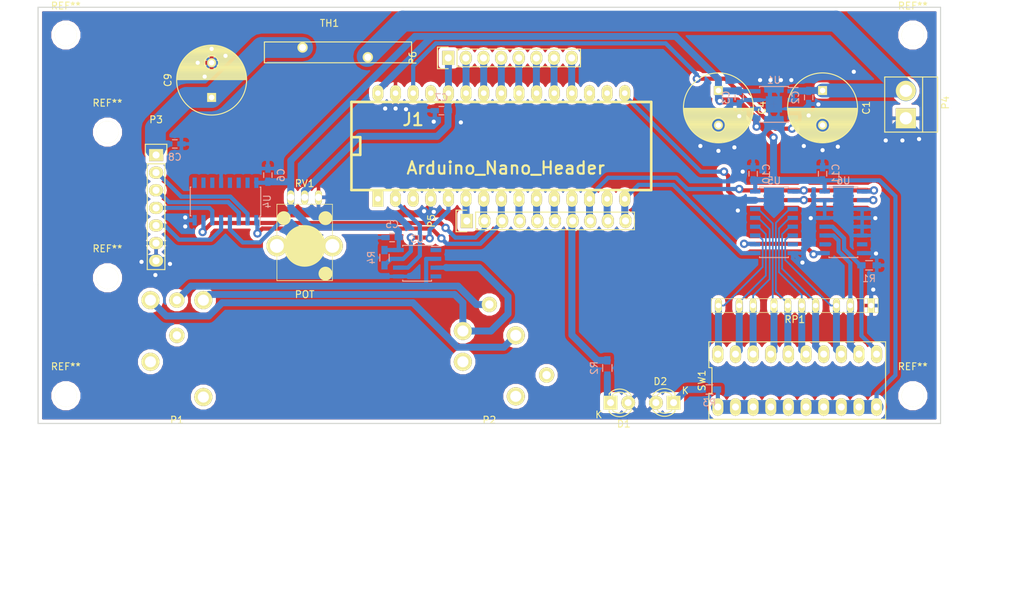
<source format=kicad_pcb>
(kicad_pcb (version 4) (host pcbnew 0.201604212031+6706~44~ubuntu14.04.1-product)
  (layers (0 F.Cu signal) (31 B.Cu signal) (34 B.Paste user) (35 F.Paste user) (36 B.SilkS user) (37 F.SilkS user) (38 B.Mask user) (39 F.Mask user) (44 Edge.Cuts user))
  (net 0 "")
  (net 1 VCC)
  (net 2 GND)
  (net 3 +5V)
  (net 4 "Net-(C7-Pad1)")
  (net 5 "Net-(C8-Pad1)")
  (net 6 "Net-(J1-Pad1)")
  (net 7 "Net-(J1-Pad2)")
  (net 8 "Net-(J1-Pad3)")
  (net 9 "Net-(J1-Pad5)")
  (net 10 "Net-(J1-Pad6)")
  (net 11 "Net-(J1-Pad7)")
  (net 12 "Net-(J1-Pad8)")
  (net 13 "Net-(J1-Pad9)")
  (net 14 "Net-(J1-Pad10)")
  (net 15 "Net-(J1-Pad11)")
  (net 16 "Net-(J1-Pad17)")
  (net 17 "Net-(J1-Pad18)")
  (net 18 "Net-(J1-Pad20)")
  (net 19 "Net-(J1-Pad21)")
  (net 20 "Net-(J1-Pad22)")
  (net 21 "Net-(J1-Pad23)")
  (net 22 "Net-(J1-Pad24)")
  (net 23 "Net-(J1-Pad25)")
  (net 24 "Net-(R1-Pad1)")
  (net 25 "Net-(P1-Pad3)")
  (net 26 "Net-(P1-Pad2)")
  (net 27 "Net-(P3-Pad2)")
  (net 28 "Net-(P3-Pad3)")
  (net 29 "Net-(P3-Pad5)")
  (net 30 "Net-(P3-Pad4)")
  (net 31 "Net-(U4-Pad9)")
  (net 32 "Net-(U4-Pad10)")
  (net 33 "Net-(U4-Pad11)")
  (net 34 "Net-(U4-Pad13)")
  (net 35 "Net-(U4-Pad14)")
  (net 36 "Net-(U4-Pad15)")
  (net 37 /LATCH)
  (net 38 /CLOCK)
  (net 39 "Net-(U5-Pad7)")
  (net 40 /DATA)
  (net 41 "Net-(U5-Pad10)")
  (net 42 "Net-(U6-Pad7)")
  (net 43 "Net-(P1-Pad1)")
  (net 44 "Net-(RP1-Pad2)")
  (net 45 "Net-(RP1-Pad3)")
  (net 46 "Net-(RP1-Pad4)")
  (net 47 "Net-(RP1-Pad5)")
  (net 48 "Net-(RP1-Pad6)")
  (net 49 "Net-(RP1-Pad7)")
  (net 50 "Net-(RP1-Pad8)")
  (net 51 "Net-(RP1-Pad9)")
  (net 52 "Net-(RP1-Pad10)")
  (net 53 "Net-(U1-Pad6)")
  (net 54 "Net-(J1-Pad19)")
  (net 55 "Net-(D1-Pad1)")
  (net 56 "Net-(D2-Pad1)")
  (net 57 /DXM_OK)
  (net 58 /RESET)
  (net 59 "Net-(J1-Pad27)")
  (net 60 "Net-(J1-Pad14)")
  (net 61 "Net-(U6-Pad10)")
  (module Mounting_Holes:MountingHole_3.2mm_M3 (layer F.Cu) (at 90 109)
    (fp_text reference REF** (at 0 -4.2) (layer F.SilkS))
    (fp_text value MountingHole_3.2mm_M3)
    (pad 1 np_thru_hole circle (at 0 0) (size 3.2 3.2) (drill 3.2) (layers *.Cu *.Mask F.SilkS))
  )
  (module Mounting_Holes:MountingHole_3.2mm_M3 (layer F.Cu) (at 90 88)
    (fp_text reference REF** (at 0 -4.2) (layer F.SilkS))
    (fp_text value MountingHole_3.2mm_M3)
    (pad 1 np_thru_hole circle (at 0 0) (size 3.2 3.2) (drill 3.2) (layers *.Cu *.Mask F.SilkS))
  )
  (module MC36201 (layer F.Cu) (at 118.1 75.8)
    (fp_text reference TH1 (at 3.875 -3.5) (layer F.SilkS))
    (fp_text value THERMISTOR)
    (pad 1 thru_hole circle (at 0 0) (size 1.5 1.5) (drill 1) (layers *.Cu *.Mask F.SilkS) (net 5 "Net-(C8-Pad1)"))
    (pad 2 thru_hole circle (at 9.4 1.4) (size 1.5 1.5) (drill 1) (layers *.Cu *.Mask F.SilkS) (net 1 VCC))
  )
  (module Mounting_Holes:MountingHole_3.2mm_M3 (layer F.Cu) (at 84 74)
    (fp_text reference REF** (at 0 -4.2) (layer F.SilkS))
    (fp_text value MountingHole_3.2mm_M3)
    (pad 1 np_thru_hole circle (at 0 0) (size 3.2 3.2) (drill 3.2) (layers *.Cu *.Mask F.SilkS))
  )
  (module Mounting_Holes:MountingHole_3.2mm_M3 (layer F.Cu) (at 206 74)
    (fp_text reference REF** (at 0 -4.2) (layer F.SilkS))
    (fp_text value MountingHole_3.2mm_M3)
    (pad 1 np_thru_hole circle (at 0 0) (size 3.2 3.2) (drill 3.2) (layers *.Cu *.Mask F.SilkS))
  )
  (module Mounting_Holes:MountingHole_3.2mm_M3 (layer F.Cu) (at 206 126)
    (fp_text reference REF** (at 0 -4.2) (layer F.SilkS))
    (fp_text value MountingHole_3.2mm_M3)
    (pad 1 np_thru_hole circle (at 0 0) (size 3.2 3.2) (drill 3.2) (layers *.Cu *.Mask F.SilkS))
  )
  (module NC3MBH (layer F.Cu) (at 100 130 180)
    (fp_text reference P1 (at 0 0.5 180) (layer F.SilkS))
    (fp_text value CONN_01X03)
    (pad "" np_thru_hole circle (at -3.81 3.81 180) (size 2.6 2.6) (drill 1.6) (layers *.Cu *.Mask F.SilkS))
    (pad "" np_thru_hole circle (at 3.81 8.89 180) (size 2.6 2.6) (drill 1.6) (layers *.Cu *.Mask F.SilkS))
    (pad 1 thru_hole circle (at 3.81 17.78 180) (size 2.6 2.6) (drill 1.6) (layers *.Cu *.Mask F.SilkS) (net 43 "Net-(P1-Pad1)"))
    (pad 2 thru_hole circle (at -3.81 17.78 180) (size 2.6 2.6) (drill 1.6) (layers *.Cu *.Mask F.SilkS) (net 26 "Net-(P1-Pad2)"))
    (pad "" thru_hole circle (at 0 12.7 180) (size 2.2 2.2) (drill 1.2) (layers *.Cu *.Mask F.SilkS))
    (pad 3 thru_hole circle (at 0 17.78 180) (size 2.2 2.2) (drill 1.2) (layers *.Cu *.Mask F.SilkS) (net 25 "Net-(P1-Pad3)"))
  )
  (module NC3FBH2 (layer F.Cu) (at 145 130 180)
    (fp_text reference P2 (at 0 0.5 180) (layer F.SilkS))
    (fp_text value CONN_01X03)
    (pad "" np_thru_hole circle (at -3.81 3.91 180) (size 2.6 2.6) (drill 1.6) (layers *.Cu *.Mask F.SilkS))
    (pad "" np_thru_hole circle (at 3.81 8.89 180) (size 2.6 2.6) (drill 1.6) (layers *.Cu *.Mask F.SilkS))
    (pad 1 thru_hole circle (at -3.81 12.7 180) (size 2.6 2.6) (drill 1.6) (layers *.Cu *.Mask F.SilkS) (net 43 "Net-(P1-Pad1)"))
    (pad 2 thru_hole circle (at 3.81 13.33 180) (size 2.6 2.6) (drill 1.6) (layers *.Cu *.Mask F.SilkS) (net 26 "Net-(P1-Pad2)"))
    (pad 3 thru_hole circle (at 0 17.15 180) (size 2.2 2.2) (drill 1.2) (layers *.Cu *.Mask F.SilkS) (net 25 "Net-(P1-Pad3)"))
    (pad "" thru_hole circle (at -8.25 6.98 180) (size 2.2 2.2) (drill 1.2) (layers *.Cu *.Mask F.SilkS))
  )
  (module A6ER-1010 (layer F.Cu) (at 189.35 123.81)
    (fp_text reference SW1 (at -13.73 0 90) (layer F.SilkS))
    (fp_text value DIPS_10)
    (pad 20 thru_hole oval (at -11.43 -3.81) (size 1.6 2.54) (drill 1) (layers *.Cu *.Mask F.SilkS) (net 52 "Net-(RP1-Pad10)"))
    (pad 1 thru_hole oval (at -11.43 3.81) (size 1.6 2.54) (drill 1) (layers *.Cu *.Mask F.SilkS) (net 3 +5V))
    (pad 19 thru_hole oval (at -8.89 -3.81) (size 1.6 2.54) (drill 1) (layers *.Cu *.Mask F.SilkS) (net 51 "Net-(RP1-Pad9)"))
    (pad 2 thru_hole oval (at -8.89 3.81) (size 1.6 2.54) (drill 1) (layers *.Cu *.Mask F.SilkS) (net 3 +5V))
    (pad 18 thru_hole oval (at -6.35 -3.81) (size 1.6 2.54) (drill 1) (layers *.Cu *.Mask F.SilkS) (net 50 "Net-(RP1-Pad8)"))
    (pad 3 thru_hole oval (at -6.35 3.81) (size 1.6 2.54) (drill 1) (layers *.Cu *.Mask F.SilkS) (net 3 +5V))
    (pad 17 thru_hole oval (at -3.81 -3.81) (size 1.6 2.54) (drill 1) (layers *.Cu *.Mask F.SilkS) (net 49 "Net-(RP1-Pad7)"))
    (pad 4 thru_hole oval (at -3.81 3.81) (size 1.6 2.54) (drill 1) (layers *.Cu *.Mask F.SilkS) (net 3 +5V))
    (pad 16 thru_hole oval (at -1.27 -3.81) (size 1.6 2.54) (drill 1) (layers *.Cu *.Mask F.SilkS) (net 48 "Net-(RP1-Pad6)"))
    (pad 5 thru_hole oval (at -1.27 3.81) (size 1.6 2.54) (drill 1) (layers *.Cu *.Mask F.SilkS) (net 3 +5V))
    (pad 15 thru_hole oval (at 1.27 -3.81) (size 1.6 2.54) (drill 1) (layers *.Cu *.Mask F.SilkS) (net 47 "Net-(RP1-Pad5)"))
    (pad 6 thru_hole oval (at 1.27 3.81) (size 1.6 2.54) (drill 1) (layers *.Cu *.Mask F.SilkS) (net 3 +5V))
    (pad 14 thru_hole oval (at 3.81 -3.81) (size 1.6 2.54) (drill 1) (layers *.Cu *.Mask F.SilkS) (net 46 "Net-(RP1-Pad4)"))
    (pad 7 thru_hole oval (at 3.81 3.81) (size 1.6 2.54) (drill 1) (layers *.Cu *.Mask F.SilkS) (net 3 +5V))
    (pad 13 thru_hole oval (at 6.35 -3.81) (size 1.6 2.54) (drill 1) (layers *.Cu *.Mask F.SilkS) (net 45 "Net-(RP1-Pad3)"))
    (pad 8 thru_hole oval (at 6.35 3.81) (size 1.6 2.54) (drill 1) (layers *.Cu *.Mask F.SilkS) (net 3 +5V))
    (pad 12 thru_hole oval (at 8.89 -3.81) (size 1.6 2.54) (drill 1) (layers *.Cu *.Mask F.SilkS) (net 44 "Net-(RP1-Pad2)"))
    (pad 9 thru_hole oval (at 8.89 3.81) (size 1.6 2.54) (drill 1) (layers *.Cu *.Mask F.SilkS) (net 3 +5V))
    (pad 11 thru_hole oval (at 11.43 -3.81) (size 1.6 2.54) (drill 1) (layers *.Cu *.Mask F.SilkS) (net 24 "Net-(R1-Pad1)"))
    (pad 10 thru_hole oval (at 11.43 3.81) (size 1.6 2.54) (drill 1) (layers *.Cu *.Mask F.SilkS) (net 3 +5V))
  )
  (module Capacitors_SMD:C_0603_HandSoldering (layer B.Cu) (at 191 83 270)
    (fp_text reference C2 (at 0 1.9 270) (layer B.SilkS) (effects (justify mirror)))
    (fp_text value 1u)
    (pad 1 smd rect (at -0.95 0 270) (size 1.2 0.75) (layers B.Cu B.Paste B.Mask) (net 1 VCC))
    (pad 2 smd rect (at 0.95 0 270) (size 1.2 0.75) (layers B.Cu B.Paste B.Mask) (net 2 GND))
  )
  (module Capacitors_SMD:C_0603_HandSoldering (layer B.Cu) (at 181 83 270)
    (fp_text reference C3 (at 0 1.9 270) (layer B.SilkS) (effects (justify mirror)))
    (fp_text value 1u)
    (pad 1 smd rect (at -0.95 0 270) (size 1.2 0.75) (layers B.Cu B.Paste B.Mask) (net 3 +5V))
    (pad 2 smd rect (at 0.95 0 270) (size 1.2 0.75) (layers B.Cu B.Paste B.Mask) (net 2 GND))
  )
  (module Capacitors_SMD:C_0603_HandSoldering (layer B.Cu) (at 131 103.2 180)
    (fp_text reference C5 (at 0 1.9 180) (layer B.SilkS) (effects (justify mirror)))
    (fp_text value 1u)
    (pad 1 smd rect (at -0.95 0 180) (size 1.2 0.75) (layers B.Cu B.Paste B.Mask) (net 3 +5V))
    (pad 2 smd rect (at 0.95 0 180) (size 1.2 0.75) (layers B.Cu B.Paste B.Mask) (net 2 GND))
  )
  (module Capacitors_SMD:C_0603_HandSoldering (layer B.Cu) (at 113.1 94.2 90)
    (fp_text reference C6 (at 0 1.9 90) (layer B.SilkS) (effects (justify mirror)))
    (fp_text value 1u)
    (pad 1 smd rect (at -0.95 0 90) (size 1.2 0.75) (layers B.Cu B.Paste B.Mask) (net 3 +5V))
    (pad 2 smd rect (at 0.95 0 90) (size 1.2 0.75) (layers B.Cu B.Paste B.Mask) (net 2 GND))
  )
  (module Capacitors_SMD:C_0603_HandSoldering (layer B.Cu) (at 138.1 84.9 180)
    (fp_text reference C7 (at 0 1.9 180) (layer B.SilkS) (effects (justify mirror)))
    (fp_text value 1u)
    (pad 1 smd rect (at -0.95 0 180) (size 1.2 0.75) (layers B.Cu B.Paste B.Mask) (net 4 "Net-(C7-Pad1)"))
    (pad 2 smd rect (at 0.95 0 180) (size 1.2 0.75) (layers B.Cu B.Paste B.Mask) (net 2 GND))
  )
  (module Capacitors_SMD:C_0603_HandSoldering (layer B.Cu) (at 99.7 89.7)
    (fp_text reference C8 (at 0 1.9) (layer B.SilkS) (effects (justify mirror)))
    (fp_text value 1u)
    (pad 1 smd rect (at -0.95 0) (size 1.2 0.75) (layers B.Cu B.Paste B.Mask) (net 5 "Net-(C8-Pad1)"))
    (pad 2 smd rect (at 0.95 0) (size 1.2 0.75) (layers B.Cu B.Paste B.Mask) (net 2 GND))
  )
  (module dip-sw:arduino_mini (layer F.Cu) (at 148 90)
    (fp_text reference J1 (at -13.97 -3.81) (layer F.SilkS) (effects (font (size 1.778 1.778) (thickness 0.3048))))
    (fp_text value Arduino_Nano_Header (at -0.635 3.175) (layer F.SilkS) (effects (font (size 1.778 1.778) (thickness 0.3048))))
    (pad 1 thru_hole rect (at -19.05 7.62) (size 1.5748 2.286) (drill 0.8128) (layers *.Cu *.Mask F.SilkS) (net 6 "Net-(J1-Pad1)"))
    (pad 2 thru_hole oval (at -16.51 7.62) (size 1.5748 2.286) (drill 0.8128) (layers *.Cu *.Mask F.SilkS) (net 7 "Net-(J1-Pad2)"))
    (pad 3 thru_hole oval (at -13.97 7.62) (size 1.5748 2.286) (drill 0.8128) (layers *.Cu *.Mask F.SilkS) (net 8 "Net-(J1-Pad3)"))
    (pad 4 thru_hole oval (at -11.43 7.62) (size 1.5748 2.286) (drill 0.8128) (layers *.Cu *.Mask F.SilkS) (net 2 GND))
    (pad 5 thru_hole oval (at -8.89 7.62) (size 1.5748 2.286) (drill 0.8128) (layers *.Cu *.Mask F.SilkS) (net 9 "Net-(J1-Pad5)"))
    (pad 6 thru_hole oval (at -6.35 7.62) (size 1.5748 2.286) (drill 0.8128) (layers *.Cu *.Mask F.SilkS) (net 10 "Net-(J1-Pad6)"))
    (pad 7 thru_hole oval (at -3.81 7.62) (size 1.5748 2.286) (drill 0.8128) (layers *.Cu *.Mask F.SilkS) (net 11 "Net-(J1-Pad7)"))
    (pad 8 thru_hole oval (at -1.27 7.62) (size 1.5748 2.286) (drill 0.8128) (layers *.Cu *.Mask F.SilkS) (net 12 "Net-(J1-Pad8)"))
    (pad 9 thru_hole oval (at 1.27 7.62) (size 1.5748 2.286) (drill 0.8128) (layers *.Cu *.Mask F.SilkS) (net 13 "Net-(J1-Pad9)"))
    (pad 10 thru_hole oval (at 3.81 7.62) (size 1.5748 2.286) (drill 0.8128) (layers *.Cu *.Mask F.SilkS) (net 14 "Net-(J1-Pad10)"))
    (pad 11 thru_hole oval (at 6.35 7.62) (size 1.5748 2.286) (drill 0.8128) (layers *.Cu *.Mask F.SilkS) (net 15 "Net-(J1-Pad11)"))
    (pad 12 thru_hole oval (at 8.89 7.62) (size 1.5748 2.286) (drill 0.8128) (layers *.Cu *.Mask F.SilkS) (net 57 /DXM_OK))
    (pad 13 thru_hole oval (at 11.43 7.62) (size 1.5748 2.286) (drill 0.8128) (layers *.Cu *.Mask F.SilkS) (net 37 /LATCH))
    (pad 14 thru_hole oval (at 13.97 7.62) (size 1.5748 2.286) (drill 0.8128) (layers *.Cu *.Mask F.SilkS) (net 60 "Net-(J1-Pad14)"))
    (pad 15 thru_hole oval (at 16.51 7.62) (size 1.5748 2.286) (drill 0.8128) (layers *.Cu *.Mask F.SilkS) (net 40 /DATA))
    (pad 16 thru_hole oval (at 16.51 -7.62) (size 1.5748 2.286) (drill 0.8128) (layers *.Cu *.Mask F.SilkS) (net 38 /CLOCK))
    (pad 17 thru_hole oval (at 13.97 -7.62) (size 1.5748 2.286) (drill 0.8128) (layers *.Cu *.Mask F.SilkS) (net 16 "Net-(J1-Pad17)"))
    (pad 18 thru_hole oval (at 11.43 -7.62) (size 1.5748 2.286) (drill 0.8128) (layers *.Cu *.Mask F.SilkS) (net 17 "Net-(J1-Pad18)"))
    (pad 19 thru_hole oval (at 8.89 -7.62) (size 1.5748 2.286) (drill 0.8128) (layers *.Cu *.Mask F.SilkS) (net 54 "Net-(J1-Pad19)"))
    (pad 20 thru_hole oval (at 6.35 -7.62) (size 1.5748 2.286) (drill 0.8128) (layers *.Cu *.Mask F.SilkS) (net 18 "Net-(J1-Pad20)"))
    (pad 21 thru_hole oval (at 3.81 -7.62) (size 1.5748 2.286) (drill 0.8128) (layers *.Cu *.Mask F.SilkS) (net 19 "Net-(J1-Pad21)"))
    (pad 22 thru_hole oval (at 1.27 -7.62) (size 1.5748 2.286) (drill 0.8128) (layers *.Cu *.Mask F.SilkS) (net 20 "Net-(J1-Pad22)"))
    (pad 23 thru_hole oval (at -1.27 -7.62) (size 1.5748 2.286) (drill 0.8128) (layers *.Cu *.Mask F.SilkS) (net 21 "Net-(J1-Pad23)"))
    (pad 24 thru_hole oval (at -3.81 -7.62) (size 1.5748 2.286) (drill 0.8128) (layers *.Cu *.Mask F.SilkS) (net 22 "Net-(J1-Pad24)"))
    (pad 25 thru_hole oval (at -6.35 -7.62) (size 1.5748 2.286) (drill 0.8128) (layers *.Cu *.Mask F.SilkS) (net 23 "Net-(J1-Pad25)"))
    (pad 26 thru_hole oval (at -8.89 -7.62) (size 1.5748 2.286) (drill 0.8128) (layers *.Cu *.Mask F.SilkS) (net 4 "Net-(C7-Pad1)"))
    (pad 27 thru_hole oval (at -11.43 -7.62) (size 1.5748 2.286) (drill 0.8128) (layers *.Cu *.Mask F.SilkS) (net 59 "Net-(J1-Pad27)"))
    (pad 28 thru_hole oval (at -13.97 -7.62) (size 1.5748 2.286) (drill 0.8128) (layers *.Cu *.Mask F.SilkS) (net 58 /RESET))
    (pad 29 thru_hole oval (at -16.51 -7.62) (size 1.5748 2.286) (drill 0.8128) (layers *.Cu *.Mask F.SilkS) (net 2 GND))
    (pad 30 thru_hole oval (at -19.05 -7.62) (size 1.5748 2.286) (drill 0.8128) (layers *.Cu *.Mask F.SilkS) (net 3 +5V))
  )
  (module Resistors_SMD:R_0603_HandSoldering (layer B.Cu) (at 199.7 107.2)
    (fp_text reference R1 (at 0 1.9) (layer B.SilkS) (effects (justify mirror)))
    (fp_text value R)
    (pad 1 smd rect (at -1.1 0) (size 1.2 0.9) (layers B.Cu B.Paste B.Mask) (net 24 "Net-(R1-Pad1)"))
    (pad 2 smd rect (at 1.1 0) (size 1.2 0.9) (layers B.Cu B.Paste B.Mask) (net 2 GND))
  )
  (module Housings_SOIC:SOIC-8_3.9x4.9mm_Pitch1.27mm (layer B.Cu) (at 134.6 106.9 180)
    (fp_text reference U3 (at 0 3.5 180) (layer B.SilkS) (effects (justify mirror)))
    (fp_text value IL610)
    (pad 1 smd rect (at -2.7 1.905 180) (size 1.55 0.6) (layers B.Cu B.Paste B.Mask))
    (pad 2 smd rect (at -2.7 0.635 180) (size 1.55 0.6) (layers B.Cu B.Paste B.Mask) (net 25 "Net-(P1-Pad3)"))
    (pad 3 smd rect (at -2.7 -0.635 180) (size 1.55 0.6) (layers B.Cu B.Paste B.Mask) (net 26 "Net-(P1-Pad2)"))
    (pad 4 smd rect (at -2.7 -1.905 180) (size 1.55 0.6) (layers B.Cu B.Paste B.Mask))
    (pad 5 smd rect (at 2.7 -1.905 180) (size 1.55 0.6) (layers B.Cu B.Paste B.Mask) (net 2 GND))
    (pad 6 smd rect (at 2.7 -0.635 180) (size 1.55 0.6) (layers B.Cu B.Paste B.Mask) (net 7 "Net-(J1-Pad2)"))
    (pad 7 smd rect (at 2.7 0.635 180) (size 1.55 0.6) (layers B.Cu B.Paste B.Mask) (net 9 "Net-(J1-Pad5)"))
    (pad 8 smd rect (at 2.7 1.905 180) (size 1.55 0.6) (layers B.Cu B.Paste B.Mask) (net 3 +5V))
  )
  (module Housings_SOIC:SOIC-16_3.9x9.9mm_Pitch1.27mm (layer B.Cu) (at 107 98 90)
    (fp_text reference U4 (at 0 6 90) (layer B.SilkS) (effects (justify mirror)))
    (fp_text value MAX3040)
    (pad 1 smd rect (at -2.7 4.445 90) (size 1.5 0.6) (layers B.Cu B.Paste B.Mask) (net 12 "Net-(J1-Pad8)"))
    (pad 2 smd rect (at -2.7 3.175 90) (size 1.5 0.6) (layers B.Cu B.Paste B.Mask) (net 27 "Net-(P3-Pad2)"))
    (pad 3 smd rect (at -2.7 1.905 90) (size 1.5 0.6) (layers B.Cu B.Paste B.Mask) (net 28 "Net-(P3-Pad3)"))
    (pad 4 smd rect (at -2.7 0.635 90) (size 1.5 0.6) (layers B.Cu B.Paste B.Mask) (net 3 +5V))
    (pad 5 smd rect (at -2.7 -0.635 90) (size 1.5 0.6) (layers B.Cu B.Paste B.Mask) (net 29 "Net-(P3-Pad5)"))
    (pad 6 smd rect (at -2.7 -1.905 90) (size 1.5 0.6) (layers B.Cu B.Paste B.Mask) (net 30 "Net-(P3-Pad4)"))
    (pad 7 smd rect (at -2.7 -3.175 90) (size 1.5 0.6) (layers B.Cu B.Paste B.Mask) (net 11 "Net-(J1-Pad7)"))
    (pad 8 smd rect (at -2.7 -4.445 90) (size 1.5 0.6) (layers B.Cu B.Paste B.Mask) (net 2 GND))
    (pad 9 smd rect (at 2.7 -4.445 90) (size 1.5 0.6) (layers B.Cu B.Paste B.Mask) (net 31 "Net-(U4-Pad9)"))
    (pad 10 smd rect (at 2.7 -3.175 90) (size 1.5 0.6) (layers B.Cu B.Paste B.Mask) (net 32 "Net-(U4-Pad10)"))
    (pad 11 smd rect (at 2.7 -1.905 90) (size 1.5 0.6) (layers B.Cu B.Paste B.Mask) (net 33 "Net-(U4-Pad11)"))
    (pad 12 smd rect (at 2.7 -0.635 90) (size 1.5 0.6) (layers B.Cu B.Paste B.Mask) (net 2 GND))
    (pad 13 smd rect (at 2.7 0.635 90) (size 1.5 0.6) (layers B.Cu B.Paste B.Mask) (net 34 "Net-(U4-Pad13)"))
    (pad 14 smd rect (at 2.7 1.905 90) (size 1.5 0.6) (layers B.Cu B.Paste B.Mask) (net 35 "Net-(U4-Pad14)"))
    (pad 15 smd rect (at 2.7 3.175 90) (size 1.5 0.6) (layers B.Cu B.Paste B.Mask) (net 36 "Net-(U4-Pad15)"))
    (pad 16 smd rect (at 2.7 4.445 90) (size 1.5 0.6) (layers B.Cu B.Paste B.Mask) (net 3 +5V))
  )
  (module Housings_SOIC:SOIC-16_3.9x9.9mm_Pitch1.27mm (layer B.Cu) (at 186 101 180)
    (fp_text reference U5 (at 0 6 180) (layer B.SilkS) (effects (justify mirror)))
    (fp_text value 74LS165)
    (pad 1 smd rect (at -2.7 4.445 180) (size 1.5 0.6) (layers B.Cu B.Paste B.Mask) (net 37 /LATCH))
    (pad 2 smd rect (at -2.7 3.175 180) (size 1.5 0.6) (layers B.Cu B.Paste B.Mask) (net 38 /CLOCK))
    (pad 3 smd rect (at -2.7 1.905 180) (size 1.5 0.6) (layers B.Cu B.Paste B.Mask) (net 48 "Net-(RP1-Pad6)"))
    (pad 4 smd rect (at -2.7 0.635 180) (size 1.5 0.6) (layers B.Cu B.Paste B.Mask) (net 47 "Net-(RP1-Pad5)"))
    (pad 5 smd rect (at -2.7 -0.635 180) (size 1.5 0.6) (layers B.Cu B.Paste B.Mask) (net 46 "Net-(RP1-Pad4)"))
    (pad 6 smd rect (at -2.7 -1.905 180) (size 1.5 0.6) (layers B.Cu B.Paste B.Mask) (net 45 "Net-(RP1-Pad3)"))
    (pad 7 smd rect (at -2.7 -3.175 180) (size 1.5 0.6) (layers B.Cu B.Paste B.Mask) (net 39 "Net-(U5-Pad7)"))
    (pad 8 smd rect (at -2.7 -4.445 180) (size 1.5 0.6) (layers B.Cu B.Paste B.Mask) (net 2 GND))
    (pad 9 smd rect (at 2.7 -4.445 180) (size 1.5 0.6) (layers B.Cu B.Paste B.Mask) (net 40 /DATA))
    (pad 10 smd rect (at 2.7 -3.175 180) (size 1.5 0.6) (layers B.Cu B.Paste B.Mask) (net 41 "Net-(U5-Pad10)"))
    (pad 11 smd rect (at 2.7 -1.905 180) (size 1.5 0.6) (layers B.Cu B.Paste B.Mask) (net 52 "Net-(RP1-Pad10)"))
    (pad 12 smd rect (at 2.7 -0.635 180) (size 1.5 0.6) (layers B.Cu B.Paste B.Mask) (net 51 "Net-(RP1-Pad9)"))
    (pad 13 smd rect (at 2.7 0.635 180) (size 1.5 0.6) (layers B.Cu B.Paste B.Mask) (net 50 "Net-(RP1-Pad8)"))
    (pad 14 smd rect (at 2.7 1.905 180) (size 1.5 0.6) (layers B.Cu B.Paste B.Mask) (net 49 "Net-(RP1-Pad7)"))
    (pad 15 smd rect (at 2.7 3.175 180) (size 1.5 0.6) (layers B.Cu B.Paste B.Mask) (net 2 GND))
    (pad 16 smd rect (at 2.7 4.445 180) (size 1.5 0.6) (layers B.Cu B.Paste B.Mask) (net 3 +5V))
  )
  (module Housings_SOIC:SOIC-16_3.9x9.9mm_Pitch1.27mm (layer B.Cu) (at 196 101 180)
    (fp_text reference U6 (at 0 6 180) (layer B.SilkS) (effects (justify mirror)))
    (fp_text value 74LS165)
    (pad 1 smd rect (at -2.7 4.445 180) (size 1.5 0.6) (layers B.Cu B.Paste B.Mask) (net 37 /LATCH))
    (pad 2 smd rect (at -2.7 3.175 180) (size 1.5 0.6) (layers B.Cu B.Paste B.Mask) (net 38 /CLOCK))
    (pad 3 smd rect (at -2.7 1.905 180) (size 1.5 0.6) (layers B.Cu B.Paste B.Mask) (net 2 GND))
    (pad 4 smd rect (at -2.7 0.635 180) (size 1.5 0.6) (layers B.Cu B.Paste B.Mask) (net 2 GND))
    (pad 5 smd rect (at -2.7 -0.635 180) (size 1.5 0.6) (layers B.Cu B.Paste B.Mask) (net 2 GND))
    (pad 6 smd rect (at -2.7 -1.905 180) (size 1.5 0.6) (layers B.Cu B.Paste B.Mask) (net 2 GND))
    (pad 7 smd rect (at -2.7 -3.175 180) (size 1.5 0.6) (layers B.Cu B.Paste B.Mask) (net 42 "Net-(U6-Pad7)"))
    (pad 8 smd rect (at -2.7 -4.445 180) (size 1.5 0.6) (layers B.Cu B.Paste B.Mask) (net 2 GND))
    (pad 9 smd rect (at 2.7 -4.445 180) (size 1.5 0.6) (layers B.Cu B.Paste B.Mask) (net 41 "Net-(U5-Pad10)"))
    (pad 10 smd rect (at 2.7 -3.175 180) (size 1.5 0.6) (layers B.Cu B.Paste B.Mask) (net 61 "Net-(U6-Pad10)"))
    (pad 11 smd rect (at 2.7 -1.905 180) (size 1.5 0.6) (layers B.Cu B.Paste B.Mask) (net 44 "Net-(RP1-Pad2)"))
    (pad 12 smd rect (at 2.7 -0.635 180) (size 1.5 0.6) (layers B.Cu B.Paste B.Mask) (net 24 "Net-(R1-Pad1)"))
    (pad 13 smd rect (at 2.7 0.635 180) (size 1.5 0.6) (layers B.Cu B.Paste B.Mask) (net 2 GND))
    (pad 14 smd rect (at 2.7 1.905 180) (size 1.5 0.6) (layers B.Cu B.Paste B.Mask) (net 2 GND))
    (pad 15 smd rect (at 2.7 3.175 180) (size 1.5 0.6) (layers B.Cu B.Paste B.Mask) (net 2 GND))
    (pad 16 smd rect (at 2.7 4.445 180) (size 1.5 0.6) (layers B.Cu B.Paste B.Mask) (net 3 +5V))
  )
  (module w_pth_resistors:r-sil_10 (layer F.Cu) (at 189 113 180)
    (fp_text reference RP1 (at 0 -2 180) (layer F.SilkS))
    (fp_text value R_PACK9_COMM hide)
    (pad 1 thru_hole rect (at -11 0 180) (size 1 2) (drill 0.762) (layers *.Cu *.Mask F.SilkS) (net 2 GND))
    (pad 2 thru_hole oval (at -8 0 180) (size 1 2) (drill 0.762) (layers *.Cu *.Mask F.SilkS) (net 44 "Net-(RP1-Pad2)"))
    (pad 3 thru_hole oval (at -6 0 180) (size 1 2) (drill 0.762) (layers *.Cu *.Mask F.SilkS) (net 45 "Net-(RP1-Pad3)"))
    (pad 4 thru_hole oval (at -3 0 180) (size 1 2) (drill 0.762) (layers *.Cu *.Mask F.SilkS) (net 46 "Net-(RP1-Pad4)"))
    (pad 5 thru_hole oval (at -1 0 180) (size 1 2) (drill 0.762) (layers *.Cu *.Mask F.SilkS) (net 47 "Net-(RP1-Pad5)"))
    (pad 6 thru_hole oval (at 1 0 180) (size 1 2) (drill 0.762) (layers *.Cu *.Mask F.SilkS) (net 48 "Net-(RP1-Pad6)"))
    (pad 7 thru_hole oval (at 3 0 180) (size 1 2) (drill 0.762) (layers *.Cu *.Mask F.SilkS) (net 49 "Net-(RP1-Pad7)"))
    (pad 8 thru_hole oval (at 6 0 180) (size 1 2) (drill 0.762) (layers *.Cu *.Mask F.SilkS) (net 50 "Net-(RP1-Pad8)"))
    (pad 9 thru_hole oval (at 8 0 180) (size 1 2) (drill 0.762) (layers *.Cu *.Mask F.SilkS) (net 51 "Net-(RP1-Pad9)"))
    (pad 10 thru_hole oval (at 11 0 180) (size 1 2) (drill 0.762) (layers *.Cu *.Mask F.SilkS) (net 52 "Net-(RP1-Pad10)"))
  )
  (module Capacitors_ThroughHole:C_Radial_D10_L20_P5 (layer F.Cu) (at 193 82 270)
    (fp_text reference C1 (at 2.5 -6.3 270) (layer F.SilkS))
    (fp_text value CP1)
    (pad 1 thru_hole rect (at 0 0 270) (size 1.3 1.3) (drill 0.8) (layers *.Cu *.Mask F.SilkS) (net 1 VCC))
    (pad 2 thru_hole circle (at 5 0 270) (size 1.3 1.3) (drill 0.8) (layers *.Cu *.Mask F.SilkS) (net 2 GND))
  )
  (module Capacitors_ThroughHole:C_Radial_D10_L20_P5 (layer F.Cu) (at 178 82 270)
    (fp_text reference C4 (at 2.5 -6.3 270) (layer F.SilkS))
    (fp_text value CP1)
    (pad 1 thru_hole rect (at 0 0 270) (size 1.3 1.3) (drill 0.8) (layers *.Cu *.Mask F.SilkS) (net 3 +5V))
    (pad 2 thru_hole circle (at 5 0 270) (size 1.3 1.3) (drill 0.8) (layers *.Cu *.Mask F.SilkS) (net 2 GND))
  )
  (module Capacitors_ThroughHole:C_Radial_D10_L20_P5 (layer F.Cu) (at 105 83 90)
    (fp_text reference C9 (at 2.5 -6.3 90) (layer F.SilkS))
    (fp_text value CP1)
    (pad 1 thru_hole rect (at 0 0 90) (size 1.3 1.3) (drill 0.8) (layers *.Cu *.Mask F.SilkS) (net 5 "Net-(C8-Pad1)"))
    (pad 2 thru_hole circle (at 5 0 90) (size 1.3 1.3) (drill 0.8) (layers *.Cu *.Mask F.SilkS) (net 2 GND))
  )
  (module Capacitors_SMD:C_0603_HandSoldering (layer B.Cu) (at 183 94 90)
    (fp_text reference C10 (at 0 1.9 90) (layer B.SilkS) (effects (justify mirror)))
    (fp_text value 1u)
    (pad 1 smd rect (at -0.95 0 90) (size 1.2 0.75) (layers B.Cu B.Paste B.Mask) (net 3 +5V))
    (pad 2 smd rect (at 0.95 0 90) (size 1.2 0.75) (layers B.Cu B.Paste B.Mask) (net 2 GND))
  )
  (module Capacitors_SMD:C_0603_HandSoldering (layer B.Cu) (at 193 94 90)
    (fp_text reference C11 (at 0 1.9 90) (layer B.SilkS) (effects (justify mirror)))
    (fp_text value 1u)
    (pad 1 smd rect (at -0.95 0 90) (size 1.2 0.75) (layers B.Cu B.Paste B.Mask) (net 3 +5V))
    (pad 2 smd rect (at 0.95 0 90) (size 1.2 0.75) (layers B.Cu B.Paste B.Mask) (net 2 GND))
  )
  (module Pin_Headers:Pin_Header_Straight_1x07 (layer F.Cu) (at 97 91.3)
    (fp_text reference P3 (at 0 -5.1) (layer F.SilkS))
    (fp_text value CONN_01X07)
    (pad 1 thru_hole rect (at 0 0) (size 2.032 1.7272) (drill 1.016) (layers *.Cu *.Mask F.SilkS) (net 5 "Net-(C8-Pad1)"))
    (pad 2 thru_hole oval (at 0 2.54) (size 2.032 1.7272) (drill 1.016) (layers *.Cu *.Mask F.SilkS) (net 27 "Net-(P3-Pad2)"))
    (pad 3 thru_hole oval (at 0 5.08) (size 2.032 1.7272) (drill 1.016) (layers *.Cu *.Mask F.SilkS) (net 28 "Net-(P3-Pad3)"))
    (pad 4 thru_hole oval (at 0 7.62) (size 2.032 1.7272) (drill 1.016) (layers *.Cu *.Mask F.SilkS) (net 30 "Net-(P3-Pad4)"))
    (pad 5 thru_hole oval (at 0 10.16) (size 2.032 1.7272) (drill 1.016) (layers *.Cu *.Mask F.SilkS) (net 29 "Net-(P3-Pad5)"))
    (pad 6 thru_hole oval (at 0 12.7) (size 2.032 1.7272) (drill 1.016) (layers *.Cu *.Mask F.SilkS) (net 2 GND))
    (pad 7 thru_hole oval (at 0 15.24) (size 2.032 1.7272) (drill 1.016) (layers *.Cu *.Mask F.SilkS) (net 2 GND))
  )
  (module Housings_SOIC:SOIC-8-1EP_3.9x4.9mm_Pitch1.27mm (layer B.Cu) (at 186 84 180)
    (fp_text reference U1 (at 0 3.5 180) (layer B.SilkS) (effects (justify mirror)))
    (fp_text value MAX5024)
    (pad 1 smd rect (at -2.7 1.905 180) (size 1.55 0.6) (layers B.Cu B.Paste B.Mask) (net 1 VCC))
    (pad 2 smd rect (at -2.7 0.635 180) (size 1.55 0.6) (layers B.Cu B.Paste B.Mask) (net 1 VCC))
    (pad 3 smd rect (at -2.7 -0.635 180) (size 1.55 0.6) (layers B.Cu B.Paste B.Mask) (net 2 GND))
    (pad 4 smd rect (at -2.7 -1.905 180) (size 1.55 0.6) (layers B.Cu B.Paste B.Mask) (net 58 /RESET))
    (pad 5 smd rect (at 2.7 -1.905 180) (size 1.55 0.6) (layers B.Cu B.Paste B.Mask) (net 3 +5V))
    (pad 6 smd rect (at 2.7 -0.635 180) (size 1.55 0.6) (layers B.Cu B.Paste B.Mask) (net 53 "Net-(U1-Pad6)"))
    (pad 7 smd rect (at 2.7 0.635 180) (size 1.55 0.6) (layers B.Cu B.Paste B.Mask) (net 2 GND))
    (pad 8 smd rect (at 2.7 1.905 180) (size 1.55 0.6) (layers B.Cu B.Paste B.Mask) (net 3 +5V))
    (pad 9 smd rect (at 0.5875 -0.5875 180) (size 1.175 1.175) (layers B.Cu B.Paste B.Mask) (net 2 GND))
    (pad 9 smd rect (at 0.5875 0.5875 180) (size 1.175 1.175) (layers B.Cu B.Paste B.Mask) (net 2 GND))
    (pad 9 smd rect (at -0.5875 -0.5875 180) (size 1.175 1.175) (layers B.Cu B.Paste B.Mask) (net 2 GND))
    (pad 9 smd rect (at -0.5875 0.5875 180) (size 1.175 1.175) (layers B.Cu B.Paste B.Mask) (net 2 GND))
  )
  (module Pin_Headers:Pin_Header_Straight_1x02_Pitch3.96mm_Friction_Lock (layer F.Cu) (at 205 86 90)
    (fp_text reference P4 (at 2.25 5.7 90) (layer F.SilkS))
    (fp_text value CONN_01X02)
    (pad 1 thru_hole rect (at 0 0 90) (size 2.9 2.9) (drill 1.78) (layers *.Cu *.Mask F.SilkS) (net 2 GND))
    (pad 2 thru_hole circle (at 3.96 0 90) (size 2.9 2.9) (drill 1.78) (layers *.Cu *.Mask F.SilkS) (net 1 VCC))
  )
  (module Mounting_Holes:MountingHole_3.2mm_M3 (layer F.Cu) (at 84 126)
    (fp_text reference REF** (at 0 -4.2) (layer F.SilkS))
    (fp_text value MountingHole_3.2mm_M3)
    (pad 1 np_thru_hole circle (at 0 0) (size 3.2 3.2) (drill 3.2) (layers *.Cu *.Mask F.SilkS))
  )
  (module w_pth_resistors:trimmer_alps-rk09k1130ah1 (layer F.Cu) (at 118.4 104.4 180)
    (fp_text reference RV1 (at 0 9 180) (layer F.SilkS))
    (fp_text value POT (at 0 -7 180) (layer F.SilkS))
    (pad 1 thru_hole oval (at -2 7 180) (size 1 2) (drill 1) (layers *.Cu *.Mask F.SilkS) (net 2 GND))
    (pad 2 thru_hole oval (at 0 7 180) (size 1 2) (drill 1) (layers *.Cu *.Mask F.SilkS) (net 4 "Net-(C7-Pad1)"))
    (pad 3 thru_hole oval (at 2 7 180) (size 1 2) (drill 1) (layers *.Cu *.Mask F.SilkS) (net 3 +5V))
    (pad "" thru_hole circle (at -4 0 180) (size 3 3) (drill 2) (layers *.Cu *.Mask F.SilkS))
    (pad "" thru_hole circle (at 4 0 180) (size 3 3) (drill 2) (layers *.Cu *.Mask F.SilkS))
  )
  (module LEDs:LED-3MM (layer F.Cu) (at 162.46 127)
    (fp_text reference D1 (at 1.91 3.06) (layer F.SilkS))
    (fp_text value LED)
    (fp_text user K (at -1.69 1.74) (layer F.SilkS))
    (pad 1 thru_hole rect (at 0 0 90) (size 2 2) (drill 1.00076) (layers *.Cu *.Mask F.SilkS) (net 55 "Net-(D1-Pad1)"))
    (pad 2 thru_hole circle (at 2.54 0) (size 2 2) (drill 1.00076) (layers *.Cu *.Mask F.SilkS) (net 2 GND))
  )
  (module LEDs:LED-3MM (layer F.Cu) (at 171.54 127 180)
    (fp_text reference D2 (at 1.91 3.06 180) (layer F.SilkS))
    (fp_text value LED)
    (fp_text user K (at -1.69 1.74 180) (layer F.SilkS))
    (pad 1 thru_hole rect (at 0 0 270) (size 2 2) (drill 1.00076) (layers *.Cu *.Mask F.SilkS) (net 56 "Net-(D2-Pad1)"))
    (pad 2 thru_hole circle (at 2.54 0 180) (size 2 2) (drill 1.00076) (layers *.Cu *.Mask F.SilkS) (net 2 GND))
  )
  (module Resistors_SMD:R_0603_HandSoldering (layer B.Cu) (at 162 122 270)
    (fp_text reference R2 (at 0 1.9 270) (layer B.SilkS) (effects (justify mirror)))
    (fp_text value 330)
    (pad 1 smd rect (at -1.1 0 270) (size 1.2 0.9) (layers B.Cu B.Paste B.Mask) (net 57 /DXM_OK))
    (pad 2 smd rect (at 1.1 0 270) (size 1.2 0.9) (layers B.Cu B.Paste B.Mask) (net 55 "Net-(D1-Pad1)"))
  )
  (module Resistors_SMD:R_0603_HandSoldering (layer B.Cu) (at 176.7 125.1)
    (fp_text reference R3 (at 0 1.9) (layer B.SilkS) (effects (justify mirror)))
    (fp_text value 330)
    (pad 1 smd rect (at -1.1 0) (size 1.2 0.9) (layers B.Cu B.Paste B.Mask) (net 56 "Net-(D2-Pad1)"))
    (pad 2 smd rect (at 1.1 0) (size 1.2 0.9) (layers B.Cu B.Paste B.Mask) (net 3 +5V))
  )
  (module Pin_Headers:Pin_Header_Straight_1x08 (layer F.Cu) (at 139.08 77.3 90)
    (fp_text reference P6 (at 0 -5.1 90) (layer F.SilkS))
    (fp_text value CONN_01X08)
    (pad 1 thru_hole rect (at 0 0 90) (size 2.032 1.7272) (drill 1.016) (layers *.Cu *.Mask F.SilkS) (net 4 "Net-(C7-Pad1)"))
    (pad 2 thru_hole oval (at 0 2.54 90) (size 2.032 1.7272) (drill 1.016) (layers *.Cu *.Mask F.SilkS) (net 23 "Net-(J1-Pad25)"))
    (pad 3 thru_hole oval (at 0 5.08 90) (size 2.032 1.7272) (drill 1.016) (layers *.Cu *.Mask F.SilkS) (net 22 "Net-(J1-Pad24)"))
    (pad 4 thru_hole oval (at 0 7.62 90) (size 2.032 1.7272) (drill 1.016) (layers *.Cu *.Mask F.SilkS) (net 21 "Net-(J1-Pad23)"))
    (pad 5 thru_hole oval (at 0 10.16 90) (size 2.032 1.7272) (drill 1.016) (layers *.Cu *.Mask F.SilkS) (net 20 "Net-(J1-Pad22)"))
    (pad 6 thru_hole oval (at 0 12.7 90) (size 2.032 1.7272) (drill 1.016) (layers *.Cu *.Mask F.SilkS) (net 19 "Net-(J1-Pad21)"))
    (pad 7 thru_hole oval (at 0 15.24 90) (size 2.032 1.7272) (drill 1.016) (layers *.Cu *.Mask F.SilkS) (net 18 "Net-(J1-Pad20)"))
    (pad 8 thru_hole oval (at 0 17.78 90) (size 2.032 1.7272) (drill 1.016) (layers *.Cu *.Mask F.SilkS) (net 54 "Net-(J1-Pad19)"))
  )
  (module Resistors_SMD:R_0603_HandSoldering (layer B.Cu) (at 129.9 106.1 270)
    (fp_text reference R4 (at 0 1.9 270) (layer B.SilkS) (effects (justify mirror)))
    (fp_text value R)
    (pad 1 smd rect (at -1.1 0 270) (size 1.2 0.9) (layers B.Cu B.Paste B.Mask) (net 3 +5V))
    (pad 2 smd rect (at 1.1 0 270) (size 1.2 0.9) (layers B.Cu B.Paste B.Mask) (net 9 "Net-(J1-Pad5)"))
  )
  (module Pin_Headers:Pin_Header_Straight_1x10 (layer F.Cu) (at 141.76 100.8 90)
    (fp_text reference P5 (at 0 -5.1 90) (layer F.SilkS))
    (fp_text value CONN_01X10)
    (pad 1 thru_hole rect (at 0 0 90) (size 2.032 1.7272) (drill 1.016) (layers *.Cu *.Mask F.SilkS) (net 10 "Net-(J1-Pad6)"))
    (pad 2 thru_hole oval (at 0 2.54 90) (size 2.032 1.7272) (drill 1.016) (layers *.Cu *.Mask F.SilkS) (net 11 "Net-(J1-Pad7)"))
    (pad 3 thru_hole oval (at 0 5.08 90) (size 2.032 1.7272) (drill 1.016) (layers *.Cu *.Mask F.SilkS) (net 12 "Net-(J1-Pad8)"))
    (pad 4 thru_hole oval (at 0 7.62 90) (size 2.032 1.7272) (drill 1.016) (layers *.Cu *.Mask F.SilkS) (net 13 "Net-(J1-Pad9)"))
    (pad 5 thru_hole oval (at 0 10.16 90) (size 2.032 1.7272) (drill 1.016) (layers *.Cu *.Mask F.SilkS) (net 14 "Net-(J1-Pad10)"))
    (pad 6 thru_hole oval (at 0 12.7 90) (size 2.032 1.7272) (drill 1.016) (layers *.Cu *.Mask F.SilkS) (net 15 "Net-(J1-Pad11)"))
    (pad 7 thru_hole oval (at 0 15.24 90) (size 2.032 1.7272) (drill 1.016) (layers *.Cu *.Mask F.SilkS) (net 57 /DXM_OK))
    (pad 8 thru_hole oval (at 0 17.78 90) (size 2.032 1.7272) (drill 1.016) (layers *.Cu *.Mask F.SilkS) (net 37 /LATCH))
    (pad 9 thru_hole oval (at 0 20.32 90) (size 2.032 1.7272) (drill 1.016) (layers *.Cu *.Mask F.SilkS) (net 60 "Net-(J1-Pad14)"))
    (pad 10 thru_hole oval (at 0 22.86 90) (size 2.032 1.7272) (drill 1.016) (layers *.Cu *.Mask F.SilkS) (net 40 /DATA))
  )
  (gr_line (start 80 110) (end 80 70) (layer Edge.Cuts) (width 0.15))
  (gr_line (start 80 110) (end 80 130) (layer Edge.Cuts) (width 0.15))
  (gr_line (start 80 70) (end 210 70) (layer Edge.Cuts) (width 0.15))
  (gr_line (start 210 130) (end 210 70) (layer Edge.Cuts) (width 0.15))
  (gr_line (start 210 130) (end 80 130) (layer Edge.Cuts) (width 0.15))
  (segment (start 205 82.04) (end 194.959978 71.999978) (width 3) (layer B.Cu) (net 1))
  (segment (start 194.959978 71.999978) (end 132.500022 71.999978) (width 3) (layer B.Cu) (net 1))
  (segment (start 132.500022 71.999978) (end 127.4 77.1) (width 3) (layer B.Cu) (net 1))
  (segment (start 188.7 83.365) (end 188.7 82.095) (width 0.6) (layer B.Cu) (net 1))
  (segment (start 191 82.05) (end 188.745 82.05) (width 1) (layer B.Cu) (net 1))
  (segment (start 188.745 82.05) (end 188.7 82.095) (width 1) (layer B.Cu) (net 1))
  (segment (start 193 82) (end 191.05 82) (width 1) (layer B.Cu) (net 1))
  (segment (start 191.05 82) (end 191 82.05) (width 1) (layer B.Cu) (net 1))
  (segment (start 193 82) (end 204.96 82) (width 2) (layer B.Cu) (net 1))
  (segment (start 204.96 82) (end 205 82.04) (width 2) (layer B.Cu) (net 1))
  (segment (start 187 80.5) (end 188.5 80.5) (width 0.6) (layer F.Cu) (net 2))
  (via (at 188.5 80.5) (size 1.2) (drill 0.6) (layers F.Cu B.Cu) (net 2))
  (segment (start 185.5 80.5) (end 187 80.5) (width 0.6) (layer B.Cu) (net 2))
  (via (at 187 80.5) (size 1.2) (drill 0.6) (layers F.Cu B.Cu) (net 2))
  (segment (start 184 80.5) (end 185.5 80.5) (width 0.6) (layer F.Cu) (net 2))
  (via (at 185.5 80.5) (size 1.2) (drill 0.6) (layers F.Cu B.Cu) (net 2))
  (segment (start 185.4125 83.4125) (end 185.4125 81.9125) (width 0.6) (layer B.Cu) (net 2))
  (segment (start 185.4125 81.9125) (end 184 80.5) (width 0.6) (layer B.Cu) (net 2))
  (via (at 184 80.5) (size 1.2) (drill 0.6) (layers F.Cu B.Cu) (net 2))
  (segment (start 136.697545 99.490545) (end 136.999989 99.490545) (width 0.6) (layer B.Cu) (net 2))
  (segment (start 136.57 97.62) (end 136.57 99.363) (width 0.6) (layer B.Cu) (net 2))
  (via (at 136.999989 99.490545) (size 1.2) (drill 0.6) (layers F.Cu B.Cu) (net 2))
  (segment (start 136.57 99.363) (end 136.697545 99.490545) (width 0.6) (layer B.Cu) (net 2))
  (segment (start 105 78) (end 105 79) (width 0.6) (layer F.Cu) (net 2))
  (segment (start 105 79) (end 104 80) (width 0.6) (layer F.Cu) (net 2))
  (via (at 104 80) (size 1.2) (drill 0.6) (layers F.Cu B.Cu) (net 2))
  (segment (start 105 78) (end 106 78) (width 0.6) (layer B.Cu) (net 2))
  (segment (start 106 78) (end 107 77) (width 0.6) (layer B.Cu) (net 2))
  (via (at 107 77) (size 1.2) (drill 0.6) (layers F.Cu B.Cu) (net 2))
  (segment (start 105 78) (end 105 76) (width 0.6) (layer F.Cu) (net 2))
  (via (at 105 76) (size 1.2) (drill 0.6) (layers F.Cu B.Cu) (net 2))
  (segment (start 105 78) (end 103 78) (width 0.6) (layer F.Cu) (net 2))
  (via (at 103 78) (size 1.2) (drill 0.6) (layers F.Cu B.Cu) (net 2))
  (segment (start 101.2 100.3) (end 101.2 101.6) (width 0.6) (layer F.Cu) (net 2))
  (via (at 101.2 101.6) (size 1.2) (drill 0.6) (layers F.Cu B.Cu) (net 2))
  (segment (start 102.555 100.7) (end 101.6 100.7) (width 0.6) (layer B.Cu) (net 2))
  (segment (start 101.6 100.7) (end 101.2 100.3) (width 0.6) (layer B.Cu) (net 2))
  (via (at 101.2 100.3) (size 1.2) (drill 0.6) (layers F.Cu B.Cu) (net 2))
  (segment (start 96.9 107.751472) (end 96.9 108.6) (width 2) (layer B.Cu) (net 2))
  (segment (start 96.9 106.64) (end 96.9 107.751472) (width 2) (layer B.Cu) (net 2))
  (segment (start 97 106.54) (end 96.9 106.64) (width 2) (layer B.Cu) (net 2))
  (via (at 96.9 108.6) (size 1.2) (drill 0.6) (layers F.Cu B.Cu) (net 2))
  (segment (start 95.748528 106.7) (end 94.9 106.7) (width 2) (layer B.Cu) (net 2))
  (segment (start 96.84 106.7) (end 95.748528 106.7) (width 2) (layer B.Cu) (net 2))
  (segment (start 97 106.54) (end 96.84 106.7) (width 2) (layer B.Cu) (net 2))
  (via (at 94.9 106.7) (size 1.2) (drill 0.6) (layers F.Cu B.Cu) (net 2))
  (segment (start 98.151472 107.000004) (end 99 107.000004) (width 2) (layer B.Cu) (net 2))
  (segment (start 97.460004 107.000004) (end 98.151472 107.000004) (width 2) (layer B.Cu) (net 2))
  (segment (start 97 106.54) (end 97.460004 107.000004) (width 2) (layer B.Cu) (net 2))
  (via (at 99 107.000004) (size 1.2) (drill 0.6) (layers F.Cu B.Cu) (net 2))
  (segment (start 180.8 98.575) (end 180.8 99.3) (width 1) (layer B.Cu) (net 2))
  (segment (start 181.55 97.825) (end 180.8 98.575) (width 1) (layer B.Cu) (net 2))
  (segment (start 183.3 97.825) (end 181.55 97.825) (width 1) (layer B.Cu) (net 2))
  (via (at 180.8 99.3) (size 1.2) (drill 0.6) (layers F.Cu B.Cu) (net 2))
  (segment (start 137.1 86.6) (end 136.993254 86.493254) (width 0.6) (layer F.Cu) (net 2))
  (segment (start 140.9 86.6) (end 137.1 86.6) (width 0.6) (layer F.Cu) (net 2))
  (segment (start 137.15 86.336508) (end 136.993254 86.493254) (width 0.6) (layer B.Cu) (net 2))
  (via (at 136.993254 86.493254) (size 1.2) (drill 0.6) (layers F.Cu B.Cu) (net 2))
  (segment (start 137.15 84.9) (end 137.15 86.336508) (width 0.6) (layer B.Cu) (net 2))
  (segment (start 181 83.95) (end 181 85.7) (width 0.6) (layer B.Cu) (net 2))
  (via (at 181 85.7) (size 1.2) (drill 0.6) (layers F.Cu B.Cu) (net 2))
  (segment (start 136.57 97.62) (end 136.57 98.43) (width 0.6) (layer F.Cu) (net 2))
  (segment (start 136.57 98.43) (end 135.6 99.4) (width 0.6) (layer F.Cu) (net 2))
  (via (at 135.6 99.4) (size 1.2) (drill 0.6) (layers F.Cu B.Cu) (net 2))
  (segment (start 198.7 105.445) (end 200.645 105.445) (width 0.6) (layer B.Cu) (net 2))
  (segment (start 200.645 105.445) (end 200.7 105.5) (width 0.6) (layer B.Cu) (net 2))
  (via (at 200.7 105.5) (size 1.2) (drill 0.6) (layers F.Cu B.Cu) (net 2))
  (segment (start 188.7 105.445) (end 188.745 105.445) (width 0.6) (layer B.Cu) (net 2))
  (segment (start 188.745 105.445) (end 190.1 106.8) (width 0.6) (layer B.Cu) (net 2))
  (via (at 190.1 106.8) (size 1.2) (drill 0.6) (layers F.Cu B.Cu) (net 2))
  (segment (start 191 83.95) (end 192.35 83.95) (width 0.6) (layer B.Cu) (net 2))
  (segment (start 192.35 83.95) (end 192.4 84) (width 0.6) (layer B.Cu) (net 2))
  (via (at 192.4 84) (size 1.2) (drill 0.6) (layers F.Cu B.Cu) (net 2))
  (segment (start 191 83.95) (end 191 85.6) (width 0.6) (layer B.Cu) (net 2))
  (via (at 191 85.6) (size 1.2) (drill 0.6) (layers F.Cu B.Cu) (net 2))
  (via (at 140.9 86.6) (size 1.2) (drill 0.6) (layers F.Cu B.Cu) (net 2))
  (segment (start 131.5 84.6) (end 132.9 84.6) (width 0.6) (layer F.Cu) (net 2))
  (segment (start 132.9 84.6) (end 133 84.7) (width 0.6) (layer F.Cu) (net 2))
  (via (at 133 84.7) (size 1.2) (drill 0.6) (layers F.Cu B.Cu) (net 2))
  (segment (start 131.5 84.6) (end 130 84.6) (width 0.6) (layer B.Cu) (net 2))
  (via (at 130 84.6) (size 1.2) (drill 0.6) (layers F.Cu B.Cu) (net 2))
  (segment (start 131.49 82.38) (end 131.49 84.59) (width 0.6) (layer F.Cu) (net 2))
  (segment (start 131.49 84.59) (end 131.5 84.6) (width 0.6) (layer F.Cu) (net 2))
  (via (at 131.5 84.6) (size 1.2) (drill 0.6) (layers F.Cu B.Cu) (net 2))
  (segment (start 183 93.05) (end 182.15 93.05) (width 0.6) (layer B.Cu) (net 2))
  (segment (start 182.15 93.05) (end 181.5 93.7) (width 0.6) (layer B.Cu) (net 2))
  (via (at 181.5 93.7) (size 1.2) (drill 0.6) (layers F.Cu B.Cu) (net 2))
  (segment (start 200 113) (end 200 111) (width 0.6) (layer B.Cu) (net 2))
  (segment (start 200 111) (end 200.3 110.7) (width 0.6) (layer B.Cu) (net 2))
  (via (at 200.3 110.7) (size 1.2) (drill 0.6) (layers F.Cu B.Cu) (net 2))
  (segment (start 193.3 100.365) (end 191.335 100.365) (width 0.6) (layer B.Cu) (net 2))
  (segment (start 191.335 100.365) (end 191.3 100.4) (width 0.6) (layer B.Cu) (net 2))
  (via (at 191.3 100.4) (size 1.2) (drill 0.6) (layers F.Cu B.Cu) (net 2))
  (segment (start 198.7 100.365) (end 200.565 100.365) (width 0.6) (layer B.Cu) (net 2))
  (segment (start 200.565 100.365) (end 200.6 100.4) (width 0.6) (layer B.Cu) (net 2))
  (via (at 200.6 100.4) (size 1.2) (drill 0.6) (layers F.Cu B.Cu) (net 2))
  (segment (start 183.3 83.365) (end 181.585 83.365) (width 0.6) (layer B.Cu) (net 2))
  (segment (start 181.585 83.365) (end 181 83.95) (width 0.6) (layer B.Cu) (net 2))
  (segment (start 188.7 84.635) (end 190.315 84.635) (width 0.6) (layer B.Cu) (net 2))
  (segment (start 190.315 84.635) (end 191 83.95) (width 0.6) (layer B.Cu) (net 2))
  (segment (start 202.1 89.2) (end 202.1 83.9) (width 0.6) (layer F.Cu) (net 2))
  (segment (start 202.1 83.9) (end 197.5 79.3) (width 0.6) (layer F.Cu) (net 2))
  (via (at 197.5 79.3) (size 1.2) (drill 0.6) (layers F.Cu B.Cu) (net 2))
  (segment (start 205 86) (end 205 86.3) (width 2) (layer B.Cu) (net 2))
  (segment (start 205 86.3) (end 202.1 89.2) (width 2) (layer B.Cu) (net 2))
  (via (at 202.1 89.2) (size 1.2) (drill 0.6) (layers F.Cu B.Cu) (net 2))
  (segment (start 205 86) (end 205 88.7) (width 2) (layer B.Cu) (net 2))
  (segment (start 205 88.7) (end 204.5 89.2) (width 2) (layer B.Cu) (net 2))
  (via (at 204.5 89.2) (size 1.2) (drill 0.6) (layers F.Cu B.Cu) (net 2))
  (segment (start 205 86) (end 205 87.1) (width 2) (layer B.Cu) (net 2))
  (segment (start 205 87.1) (end 206.9 89) (width 2) (layer B.Cu) (net 2))
  (via (at 206.9 89) (size 1.2) (drill 0.6) (layers F.Cu B.Cu) (net 2))
  (segment (start 193 87) (end 193 87.9) (width 2) (layer B.Cu) (net 2))
  (segment (start 193 87.9) (end 195.2 90.1) (width 2) (layer B.Cu) (net 2))
  (via (at 195.2 90.1) (size 1.2) (drill 0.6) (layers F.Cu B.Cu) (net 2))
  (segment (start 193 87) (end 193 90.6) (width 2) (layer B.Cu) (net 2))
  (via (at 193 90.6) (size 1.2) (drill 0.6) (layers F.Cu B.Cu) (net 2))
  (segment (start 193 87) (end 193 87.3) (width 2) (layer B.Cu) (net 2))
  (segment (start 193 87.3) (end 190.3 90) (width 2) (layer B.Cu) (net 2))
  (via (at 190.3 90) (size 1.2) (drill 0.6) (layers F.Cu B.Cu) (net 2))
  (segment (start 178 87) (end 178 87.9) (width 2) (layer B.Cu) (net 2))
  (segment (start 178 87.9) (end 180.3 90.2) (width 2) (layer B.Cu) (net 2))
  (via (at 180.3 90.2) (size 1.2) (drill 0.6) (layers F.Cu B.Cu) (net 2))
  (segment (start 178 87) (end 178 87.4) (width 2) (layer B.Cu) (net 2))
  (segment (start 178 87.4) (end 175.4 90) (width 2) (layer B.Cu) (net 2))
  (via (at 175.4 90) (size 1.2) (drill 0.6) (layers F.Cu B.Cu) (net 2))
  (segment (start 178 87) (end 178 90.7) (width 2) (layer B.Cu) (net 2))
  (via (at 178 90.7) (size 1.2) (drill 0.6) (layers F.Cu B.Cu) (net 2))
  (segment (start 131.9 102.3) (end 131.9 103.15) (width 1) (layer B.Cu) (net 3))
  (segment (start 131.9 103.15) (end 131.95 103.2) (width 1) (layer B.Cu) (net 3))
  (segment (start 116.4 98.9) (end 119.2 101.7) (width 1) (layer B.Cu) (net 3))
  (segment (start 119.2 101.7) (end 131.3 101.7) (width 1) (layer B.Cu) (net 3))
  (segment (start 131.3 101.7) (end 131.9 102.3) (width 1) (layer B.Cu) (net 3))
  (segment (start 129.9 105) (end 131.895 105) (width 0.6) (layer B.Cu) (net 3))
  (segment (start 131.895 105) (end 131.9 104.995) (width 0.6) (layer B.Cu) (net 3))
  (segment (start 131.95 103.2) (end 131.95 104.945) (width 0.6) (layer B.Cu) (net 3))
  (segment (start 131.95 104.945) (end 131.9 104.995) (width 0.6) (layer B.Cu) (net 3))
  (segment (start 116.4 95) (end 116.25 95.15) (width 1) (layer B.Cu) (net 3))
  (segment (start 116.25 95.15) (end 113.1 95.15) (width 1) (layer B.Cu) (net 3))
  (segment (start 109.485 103.9) (end 111.939998 103.9) (width 0.6) (layer B.Cu) (net 3))
  (segment (start 111.939998 103.9) (end 116.4 99.439998) (width 0.6) (layer B.Cu) (net 3))
  (segment (start 116.4 99.439998) (end 116.4 98.9) (width 0.6) (layer B.Cu) (net 3))
  (segment (start 107.635 100.7) (end 107.635 102.05) (width 0.6) (layer B.Cu) (net 3))
  (segment (start 107.635 102.05) (end 109.485 103.9) (width 0.6) (layer B.Cu) (net 3))
  (segment (start 185.939514 88.779648) (end 185.879648 88.779648) (width 1) (layer F.Cu) (net 3))
  (segment (start 185.879648 88.779648) (end 184.2 87.1) (width 1) (layer F.Cu) (net 3))
  (segment (start 184.2 87.1) (end 183.6 87.1) (width 1) (layer F.Cu) (net 3))
  (segment (start 183.6 87.1) (end 183.5 87.2) (width 1) (layer F.Cu) (net 3))
  (segment (start 183.5 86.351472) (end 183.5 87.2) (width 1) (layer B.Cu) (net 3))
  (segment (start 183.5 86.105) (end 183.5 86.351472) (width 1) (layer B.Cu) (net 3))
  (segment (start 183.3 85.905) (end 183.5 86.105) (width 1) (layer B.Cu) (net 3))
  (segment (start 180.724002 83.5) (end 183.5 86.275998) (width 1) (layer F.Cu) (net 3))
  (segment (start 178.2 83.5) (end 180.724002 83.5) (width 1) (layer F.Cu) (net 3))
  (segment (start 183.5 86.275998) (end 183.5 86.351472) (width 1) (layer F.Cu) (net 3))
  (segment (start 183.5 86.351472) (end 183.5 87.2) (width 1) (layer F.Cu) (net 3))
  (via (at 183.5 87.2) (size 1.2) (drill 0.6) (layers F.Cu B.Cu) (net 3))
  (segment (start 185.939514 94.489514) (end 185.939514 89.628176) (width 1) (layer B.Cu) (net 3))
  (segment (start 186.4 94.95) (end 185.939514 94.489514) (width 1) (layer B.Cu) (net 3))
  (via (at 185.939514 88.779648) (size 1.2) (drill 0.6) (layers F.Cu B.Cu) (net 3))
  (segment (start 185.939514 89.628176) (end 185.939514 88.779648) (width 1) (layer B.Cu) (net 3))
  (segment (start 116.4 92.1) (end 116.4 95) (width 1) (layer B.Cu) (net 3))
  (segment (start 116.4 95) (end 116.4 97.4) (width 1) (layer B.Cu) (net 3))
  (segment (start 137.7 74.199989) (end 136.774411 74.199989) (width 1) (layer B.Cu) (net 3))
  (segment (start 171.849989 74.199989) (end 137.7 74.199989) (width 1) (layer B.Cu) (net 3))
  (segment (start 137.7 74.199989) (end 134.300011 74.199989) (width 1) (layer B.Cu) (net 3))
  (segment (start 134.300011 74.199989) (end 116.4 92.1) (width 1) (layer B.Cu) (net 3))
  (segment (start 128.95 82.0244) (end 128.95 82.38) (width 1) (layer B.Cu) (net 3))
  (segment (start 136.774411 74.199989) (end 128.95 82.0244) (width 1) (layer B.Cu) (net 3))
  (segment (start 178 80.35) (end 171.849989 74.199989) (width 1) (layer B.Cu) (net 3))
  (segment (start 178 82) (end 178 80.35) (width 1) (layer B.Cu) (net 3))
  (segment (start 178 82) (end 178 83.3) (width 1) (layer B.Cu) (net 3))
  (segment (start 178 83.3) (end 178.2 83.5) (width 1) (layer B.Cu) (net 3))
  (via (at 178.2 83.5) (size 1.2) (drill 0.6) (layers F.Cu B.Cu) (net 3))
  (segment (start 200.78 127.62) (end 200.78 125.75) (width 0.6) (layer B.Cu) (net 3))
  (segment (start 200.78 125.75) (end 203.5 123.03) (width 0.6) (layer B.Cu) (net 3))
  (segment (start 203.5 123.03) (end 203.5 97.25) (width 0.6) (layer B.Cu) (net 3))
  (segment (start 201.2 94.95) (end 193 94.95) (width 0.6) (layer B.Cu) (net 3))
  (segment (start 203.5 97.25) (end 201.2 94.95) (width 0.6) (layer B.Cu) (net 3))
  (segment (start 193.3 96.555) (end 193.3 95.25) (width 0.6) (layer B.Cu) (net 3))
  (segment (start 193.3 95.25) (end 193 94.95) (width 0.6) (layer B.Cu) (net 3))
  (segment (start 177.92 127.62) (end 177.92 125.22) (width 0.6) (layer B.Cu) (net 3))
  (segment (start 177.92 125.22) (end 177.8 125.1) (width 0.6) (layer B.Cu) (net 3))
  (segment (start 180.46 127.62) (end 177.92 127.62) (width 2) (layer B.Cu) (net 3))
  (segment (start 183 127.62) (end 180.46 127.62) (width 2) (layer B.Cu) (net 3))
  (segment (start 185.54 127.62) (end 183 127.62) (width 2) (layer B.Cu) (net 3))
  (segment (start 188.08 127.62) (end 185.54 127.62) (width 2) (layer B.Cu) (net 3))
  (segment (start 190.62 127.62) (end 188.08 127.62) (width 2) (layer B.Cu) (net 3))
  (segment (start 193.16 127.62) (end 190.62 127.62) (width 2) (layer B.Cu) (net 3))
  (segment (start 195.7 127.62) (end 193.16 127.62) (width 2) (layer B.Cu) (net 3))
  (segment (start 198.24 127.62) (end 195.7 127.62) (width 2) (layer B.Cu) (net 3))
  (segment (start 200.78 127.62) (end 198.24 127.62) (width 2) (layer B.Cu) (net 3))
  (segment (start 111.4 95.255) (end 111.445 95.3) (width 0.6) (layer B.Cu) (net 3))
  (segment (start 111.445 95.3) (end 112.75 95.3) (width 0.6) (layer B.Cu) (net 3))
  (segment (start 112.75 95.3) (end 113 95.05) (width 0.6) (layer B.Cu) (net 3))
  (segment (start 193 94.95) (end 186.4 94.95) (width 1) (layer B.Cu) (net 3))
  (segment (start 186.4 94.95) (end 183 94.95) (width 1) (layer B.Cu) (net 3))
  (segment (start 116.4 97.4) (end 116.4 98.9) (width 1) (layer B.Cu) (net 3))
  (segment (start 193 94.95) (end 183 94.95) (width 0.6) (layer B.Cu) (net 3))
  (segment (start 181 82.05) (end 178.05 82.05) (width 1) (layer B.Cu) (net 3))
  (segment (start 178.05 82.05) (end 178 82) (width 1) (layer B.Cu) (net 3))
  (segment (start 183.3 82.095) (end 181.045 82.095) (width 0.6) (layer B.Cu) (net 3))
  (segment (start 181.045 82.095) (end 181 82.05) (width 0.6) (layer B.Cu) (net 3))
  (segment (start 183.3 96.555) (end 183.3 95.25) (width 0.6) (layer B.Cu) (net 3))
  (segment (start 183.3 95.25) (end 183 94.95) (width 0.6) (layer B.Cu) (net 3))
  (segment (start 139.11 82.38) (end 139.11 77.33) (width 1) (layer B.Cu) (net 4))
  (segment (start 139.11 77.33) (end 139.08 77.3) (width 1) (layer B.Cu) (net 4))
  (segment (start 139.05 84.9) (end 139.05 87.05) (width 1) (layer B.Cu) (net 4))
  (segment (start 139.05 87.05) (end 137.5 88.6) (width 1) (layer B.Cu) (net 4))
  (segment (start 137.5 88.6) (end 126.3 88.6) (width 1) (layer B.Cu) (net 4))
  (segment (start 126.3 88.6) (end 118.4 96.5) (width 1) (layer B.Cu) (net 4))
  (segment (start 118.4 96.5) (end 118.4 97.4) (width 1) (layer B.Cu) (net 4))
  (segment (start 139.05 85) (end 139.05 82.44) (width 1) (layer B.Cu) (net 4))
  (segment (start 139.05 82.44) (end 139.11 82.38) (width 1) (layer B.Cu) (net 4))
  (segment (start 96.9 87.45) (end 96.9 90.3) (width 3) (layer B.Cu) (net 5))
  (segment (start 105 83) (end 101.35 83) (width 3) (layer B.Cu) (net 5))
  (segment (start 101.35 83) (end 96.9 87.45) (width 3) (layer B.Cu) (net 5))
  (segment (start 118.1 75.8) (end 112.2 75.8) (width 3) (layer B.Cu) (net 5))
  (segment (start 112.2 75.8) (end 105 83) (width 3) (layer B.Cu) (net 5))
  (segment (start 98.75 89.7) (end 98.6 89.7) (width 1) (layer B.Cu) (net 5))
  (segment (start 98.6 89.7) (end 97 91.3) (width 1) (layer B.Cu) (net 5))
  (segment (start 97.2 91.1) (end 97 91.3) (width 0.6) (layer B.Cu) (net 5))
  (segment (start 135 105.81) (end 135 101.4856) (width 0.6) (layer B.Cu) (net 7))
  (segment (start 135 101.4856) (end 131.49 97.9756) (width 0.6) (layer B.Cu) (net 7))
  (segment (start 131.49 97.9756) (end 131.49 97.62) (width 0.6) (layer B.Cu) (net 7))
  (segment (start 131.9 107.535) (end 133.275 107.535) (width 0.6) (layer B.Cu) (net 7))
  (segment (start 133.275 107.535) (end 135 105.81) (width 0.6) (layer B.Cu) (net 7))
  (segment (start 134.03 97.2644) (end 134.03 97.62) (width 0.6) (layer B.Cu) (net 8))
  (segment (start 136.4 103.300004) (end 136.4 102.073) (width 0.6) (layer B.Cu) (net 9))
  (segment (start 136.4 102.073) (end 139.11 99.363) (width 0.6) (layer B.Cu) (net 9))
  (segment (start 139.11 99.363) (end 139.11 97.62) (width 0.6) (layer B.Cu) (net 9))
  (segment (start 136.299996 103.2) (end 136.4 103.300004) (width 0.6) (layer F.Cu) (net 9))
  (segment (start 133.7 103.2) (end 136.299996 103.2) (width 0.6) (layer F.Cu) (net 9))
  (via (at 136.4 103.300004) (size 1.2) (drill 0.6) (layers F.Cu B.Cu) (net 9))
  (segment (start 131.9 106.265) (end 132.605002 106.265) (width 0.6) (layer B.Cu) (net 9))
  (segment (start 132.605002 106.265) (end 133.7 105.170002) (width 0.6) (layer B.Cu) (net 9))
  (segment (start 133.7 105.170002) (end 133.7 103.2) (width 0.6) (layer B.Cu) (net 9))
  (via (at 133.7 103.2) (size 1.2) (drill 0.6) (layers F.Cu B.Cu) (net 9))
  (segment (start 131.9 106.265) (end 130.835 106.265) (width 0.6) (layer B.Cu) (net 9))
  (segment (start 130.835 106.265) (end 129.9 107.2) (width 0.6) (layer B.Cu) (net 9))
  (segment (start 141.65 100.71) (end 141.74 100.8) (width 1) (layer B.Cu) (net 10))
  (segment (start 141.65 97.62) (end 141.65 100.71) (width 1) (layer B.Cu) (net 10))
  (segment (start 138.100001 101.200001) (end 138.7 101.8) (width 0.6) (layer F.Cu) (net 11))
  (segment (start 137.999991 101.099991) (end 138.100001 101.200001) (width 0.6) (layer F.Cu) (net 11))
  (segment (start 105.000012 101.099989) (end 137.999991 101.099991) (width 0.6) (layer F.Cu) (net 11))
  (segment (start 103.7 102.4) (end 105.000012 101.099989) (width 0.6) (layer F.Cu) (net 11))
  (segment (start 144.3 100.8) (end 144.3 101.9) (width 0.6) (layer B.Cu) (net 11))
  (segment (start 144.3 101.9) (end 143 103.2) (width 0.6) (layer B.Cu) (net 11))
  (segment (start 143 103.2) (end 140.1 103.2) (width 0.6) (layer B.Cu) (net 11))
  (segment (start 140.1 103.2) (end 139.299999 102.399999) (width 0.6) (layer B.Cu) (net 11))
  (segment (start 139.299999 102.399999) (end 138.7 101.8) (width 0.6) (layer B.Cu) (net 11))
  (via (at 138.7 101.8) (size 1.2) (drill 0.6) (layers F.Cu B.Cu) (net 11))
  (segment (start 144.19 100.71) (end 144.28 100.8) (width 1) (layer B.Cu) (net 11))
  (segment (start 144.19 97.62) (end 144.19 101.31) (width 0.6) (layer B.Cu) (net 11))
  (segment (start 144.19 97.62) (end 144.19 100.71) (width 1) (layer B.Cu) (net 11))
  (segment (start 103.825 100.7) (end 103.825 102.275) (width 0.6) (layer B.Cu) (net 11))
  (via (at 103.7 102.4) (size 1.2) (drill 0.6) (layers F.Cu B.Cu) (net 11))
  (segment (start 103.825 102.275) (end 103.7 102.4) (width 0.6) (layer B.Cu) (net 11))
  (segment (start 111.6 102.6) (end 112.3 101.9) (width 0.6) (layer F.Cu) (net 12))
  (segment (start 112.3 101.9) (end 136.7 101.9) (width 0.6) (layer F.Cu) (net 12))
  (segment (start 137.494576 102.694576) (end 137.494576 102.709302) (width 0.6) (layer F.Cu) (net 12))
  (segment (start 136.7 101.9) (end 137.494576 102.694576) (width 0.6) (layer F.Cu) (net 12))
  (segment (start 137.494576 102.709302) (end 138.094575 103.309301) (width 0.6) (layer F.Cu) (net 12))
  (segment (start 146.84 100.9524) (end 143.692401 104.099999) (width 0.6) (layer B.Cu) (net 12))
  (segment (start 138.694574 103.9093) (end 138.094575 103.309301) (width 0.6) (layer B.Cu) (net 12))
  (segment (start 138.885273 104.099999) (end 138.694574 103.9093) (width 0.6) (layer B.Cu) (net 12))
  (segment (start 146.84 100.8) (end 146.84 100.9524) (width 0.6) (layer B.Cu) (net 12))
  (via (at 138.094575 103.309301) (size 1.2) (drill 0.6) (layers F.Cu B.Cu) (net 12))
  (segment (start 143.692401 104.099999) (end 138.885273 104.099999) (width 0.6) (layer B.Cu) (net 12))
  (segment (start 146.73 97.62) (end 146.73 101.001386) (width 0.6) (layer B.Cu) (net 12))
  (segment (start 146.73 100.71) (end 146.82 100.8) (width 1) (layer B.Cu) (net 12))
  (via (at 111.6 102.6) (size 1.2) (drill 0.6) (layers F.Cu B.Cu) (net 12))
  (segment (start 146.73 97.62) (end 146.73 100.71) (width 1) (layer B.Cu) (net 12))
  (segment (start 111.6 102.6) (end 111.6 100.855) (width 0.6) (layer B.Cu) (net 12))
  (segment (start 111.6 100.855) (end 111.445 100.7) (width 0.6) (layer B.Cu) (net 12))
  (segment (start 149.27 100.71) (end 149.36 100.8) (width 1) (layer B.Cu) (net 13))
  (segment (start 149.27 97.62) (end 149.27 100.71) (width 1) (layer B.Cu) (net 13))
  (segment (start 151.81 100.71) (end 151.9 100.8) (width 1) (layer B.Cu) (net 14))
  (segment (start 151.81 97.62) (end 151.81 100.71) (width 1) (layer B.Cu) (net 14))
  (segment (start 154.35 100.71) (end 154.44 100.8) (width 1) (layer B.Cu) (net 15))
  (segment (start 154.35 97.62) (end 154.35 100.71) (width 1) (layer B.Cu) (net 15))
  (segment (start 154.32 77.3) (end 154.32 82.35) (width 1) (layer B.Cu) (net 18))
  (segment (start 154.32 82.35) (end 154.35 82.38) (width 1) (layer B.Cu) (net 18))
  (segment (start 151.78 77.3) (end 151.78 82.35) (width 1) (layer B.Cu) (net 19))
  (segment (start 151.78 82.35) (end 151.81 82.38) (width 1) (layer B.Cu) (net 19))
  (segment (start 149.24 77.3) (end 149.24 82.35) (width 1) (layer B.Cu) (net 20))
  (segment (start 149.24 82.35) (end 149.27 82.38) (width 1) (layer B.Cu) (net 20))
  (segment (start 146.73 82.38) (end 146.73 77.33) (width 1) (layer B.Cu) (net 21))
  (segment (start 146.73 77.33) (end 146.7 77.3) (width 1) (layer B.Cu) (net 21))
  (segment (start 144.19 82.38) (end 144.19 77.33) (width 1) (layer B.Cu) (net 22))
  (segment (start 144.19 77.33) (end 144.16 77.3) (width 1) (layer B.Cu) (net 22))
  (segment (start 141.65 82.38) (end 141.65 77.33) (width 1) (layer B.Cu) (net 23))
  (segment (start 141.65 77.33) (end 141.62 77.3) (width 1) (layer B.Cu) (net 23))
  (segment (start 193.3 101.635) (end 194.435 101.635) (width 0.6) (layer B.Cu) (net 24))
  (segment (start 194.435 101.635) (end 196.1 103.3) (width 0.6) (layer B.Cu) (net 24))
  (segment (start 196.1 103.3) (end 196.1 104.85) (width 0.6) (layer B.Cu) (net 24))
  (segment (start 196.1 104.85) (end 198.45 107.2) (width 0.6) (layer B.Cu) (net 24))
  (segment (start 198.45 107.2) (end 198.6 107.2) (width 0.6) (layer B.Cu) (net 24))
  (segment (start 200.78 120) (end 200.78 119.53) (width 0.6) (layer B.Cu) (net 24))
  (segment (start 200.78 119.53) (end 198.6 117.35) (width 0.6) (layer B.Cu) (net 24))
  (segment (start 198.6 117.35) (end 198.6 107.5) (width 0.6) (layer B.Cu) (net 24))
  (segment (start 198.6 107.5) (end 198.3 107.2) (width 0.6) (layer B.Cu) (net 24))
  (segment (start 136.5 110.199989) (end 135.9 110.199989) (width 1) (layer B.Cu) (net 25))
  (segment (start 135.9 110.199989) (end 102.020011 110.199989) (width 1) (layer B.Cu) (net 25))
  (segment (start 137.3 106.265) (end 135.925 106.265) (width 0.6) (layer B.Cu) (net 25))
  (segment (start 135.925 106.265) (end 135.9 106.29) (width 0.6) (layer B.Cu) (net 25))
  (segment (start 135.9 106.29) (end 135.9 110.199989) (width 0.6) (layer B.Cu) (net 25))
  (segment (start 145 112.85) (end 143.15 112.85) (width 1) (layer B.Cu) (net 25))
  (segment (start 140.499989 110.199989) (end 136.5 110.199989) (width 1) (layer B.Cu) (net 25))
  (segment (start 143.15 112.85) (end 140.499989 110.199989) (width 1) (layer B.Cu) (net 25))
  (segment (start 102.020011 110.199989) (end 100 112.22) (width 1) (layer B.Cu) (net 25))
  (segment (start 138.8 107.5) (end 138.835 107.535) (width 1) (layer B.Cu) (net 26))
  (segment (start 138.835 107.535) (end 143.535 107.535) (width 1) (layer B.Cu) (net 26))
  (segment (start 143.535 107.535) (end 147.7 111.7) (width 1) (layer B.Cu) (net 26))
  (segment (start 147.7 111.7) (end 147.7 114.2) (width 1) (layer B.Cu) (net 26))
  (segment (start 147.7 114.2) (end 145.23 116.67) (width 1) (layer B.Cu) (net 26))
  (segment (start 145.23 116.67) (end 141.19 116.67) (width 1) (layer B.Cu) (net 26))
  (segment (start 137.3 107.535) (end 139.2 107.535) (width 0.6) (layer B.Cu) (net 26))
  (segment (start 141.19 116.67) (end 141.19 112.59) (width 1) (layer B.Cu) (net 26))
  (segment (start 141.19 112.59) (end 140 111.4) (width 1) (layer B.Cu) (net 26))
  (segment (start 140 111.4) (end 104.63 111.4) (width 1) (layer B.Cu) (net 26))
  (segment (start 104.63 111.4) (end 103.81 112.22) (width 1) (layer B.Cu) (net 26))
  (segment (start 107.7 97.3) (end 110.175 99.775) (width 0.6) (layer B.Cu) (net 27))
  (segment (start 97 93.84) (end 97.1524 93.84) (width 0.6) (layer B.Cu) (net 27))
  (segment (start 110.175 99.775) (end 110.175 100.7) (width 0.6) (layer B.Cu) (net 27))
  (segment (start 97.1524 93.84) (end 100.6124 97.3) (width 0.6) (layer B.Cu) (net 27))
  (segment (start 100.6124 97.3) (end 107.7 97.3) (width 0.6) (layer B.Cu) (net 27))
  (segment (start 98.872411 98.100011) (end 107.368625 98.100011) (width 0.6) (layer B.Cu) (net 28))
  (segment (start 97.1524 96.38) (end 98.872411 98.100011) (width 0.6) (layer B.Cu) (net 28))
  (segment (start 97 96.38) (end 97.1524 96.38) (width 0.6) (layer B.Cu) (net 28))
  (segment (start 108.905 99.636386) (end 108.905 100.7) (width 0.6) (layer B.Cu) (net 28))
  (segment (start 107.368625 98.100011) (end 108.905 99.636386) (width 0.6) (layer B.Cu) (net 28))
  (segment (start 106.365 100.7) (end 106.365 102.05) (width 0.6) (layer B.Cu) (net 29))
  (segment (start 98.26 101.46) (end 97 101.46) (width 0.6) (layer B.Cu) (net 29))
  (segment (start 106.365 102.05) (end 104.914999 103.500001) (width 0.6) (layer B.Cu) (net 29))
  (segment (start 100.300001 103.500001) (end 98.26 101.46) (width 0.6) (layer B.Cu) (net 29))
  (segment (start 104.914999 103.500001) (end 100.300001 103.500001) (width 0.6) (layer B.Cu) (net 29))
  (segment (start 105.095 100.7) (end 105.095 99.35) (width 0.6) (layer B.Cu) (net 30))
  (segment (start 105.095 99.35) (end 104.665 98.92) (width 0.6) (layer B.Cu) (net 30))
  (segment (start 104.665 98.92) (end 98.616 98.92) (width 0.6) (layer B.Cu) (net 30))
  (segment (start 98.616 98.92) (end 97 98.92) (width 0.6) (layer B.Cu) (net 30))
  (segment (start 97.2 98.7) (end 96.98 98.92) (width 0.6) (layer B.Cu) (net 30))
  (segment (start 96.98 98.92) (end 97 98.92) (width 0.6) (layer B.Cu) (net 30))
  (segment (start 159.43 97.62) (end 159.43 100.71) (width 1) (layer B.Cu) (net 37))
  (segment (start 162.117421 94.576979) (end 171.9 94.576979) (width 0.6) (layer B.Cu) (net 37))
  (segment (start 181 96.200002) (end 173.523023 96.200002) (width 0.6) (layer B.Cu) (net 37))
  (segment (start 173.523023 96.200002) (end 171.9 94.576979) (width 0.6) (layer B.Cu) (net 37))
  (segment (start 159.43 97.2644) (end 162.117421 94.576979) (width 0.6) (layer B.Cu) (net 37))
  (segment (start 181.199998 96.4) (end 181 96.200002) (width 0.6) (layer F.Cu) (net 37))
  (segment (start 190.3 96.4) (end 181.199998 96.4) (width 0.6) (layer F.Cu) (net 37))
  (via (at 181 96.200002) (size 1.2) (drill 0.6) (layers F.Cu B.Cu) (net 37))
  (segment (start 190.3 96.4) (end 200.4 96.4) (width 0.6) (layer F.Cu) (net 37))
  (segment (start 198.7 96.555) (end 200.245 96.555) (width 0.6) (layer B.Cu) (net 37))
  (via (at 200.4 96.4) (size 1.2) (drill 0.6) (layers F.Cu B.Cu) (net 37))
  (segment (start 200.245 96.555) (end 200.4 96.4) (width 0.6) (layer B.Cu) (net 37))
  (segment (start 159.43 97.62) (end 159.43 97.2644) (width 1) (layer B.Cu) (net 37))
  (segment (start 188.7 96.555) (end 190.145 96.555) (width 0.6) (layer B.Cu) (net 37))
  (segment (start 190.145 96.555) (end 190.3 96.4) (width 0.6) (layer B.Cu) (net 37))
  (via (at 190.3 96.4) (size 1.2) (drill 0.6) (layers F.Cu B.Cu) (net 37))
  (segment (start 159.43 100.71) (end 159.52 100.8) (width 1) (layer B.Cu) (net 37))
  (segment (start 190.3 97.8) (end 180.7 97.8) (width 0.6) (layer F.Cu) (net 38))
  (segment (start 178.8 93.7) (end 179.399999 94.299999) (width 0.6) (layer F.Cu) (net 38))
  (segment (start 179.399999 94.299999) (end 179.399999 96.499999) (width 0.6) (layer F.Cu) (net 38))
  (segment (start 179.399999 96.499999) (end 180.7 97.8) (width 0.6) (layer F.Cu) (net 38))
  (segment (start 164.51 82.7356) (end 175.5 93.7256) (width 0.6) (layer B.Cu) (net 38))
  (segment (start 178.8 93.7) (end 175.5256 93.7) (width 0.6) (layer B.Cu) (net 38))
  (segment (start 175.5256 93.7) (end 175.5 93.7256) (width 0.6) (layer B.Cu) (net 38))
  (segment (start 164.51 82.38) (end 164.51 82.7356) (width 0.6) (layer B.Cu) (net 38))
  (via (at 178.8 93.7) (size 1.2) (drill 0.6) (layers F.Cu B.Cu) (net 38))
  (segment (start 200.275 97.825) (end 200.3 97.8) (width 0.6) (layer B.Cu) (net 38))
  (segment (start 198.7 97.825) (end 200.275 97.825) (width 0.6) (layer B.Cu) (net 38))
  (via (at 200.3 97.8) (size 1.2) (drill 0.6) (layers F.Cu B.Cu) (net 38))
  (segment (start 190.3 97.8) (end 200.3 97.8) (width 0.6) (layer F.Cu) (net 38))
  (segment (start 188.7 97.825) (end 190.275 97.825) (width 0.6) (layer B.Cu) (net 38))
  (segment (start 190.275 97.825) (end 190.3 97.8) (width 0.6) (layer B.Cu) (net 38))
  (via (at 190.3 97.8) (size 1.2) (drill 0.6) (layers F.Cu B.Cu) (net 38))
  (segment (start 164.5 97.6) (end 166.5 95.6) (width 0.6) (layer B.Cu) (net 40))
  (segment (start 181.345 105.445) (end 183.3 105.445) (width 0.6) (layer B.Cu) (net 40))
  (segment (start 166.5 95.6) (end 171.5 95.6) (width 0.6) (layer B.Cu) (net 40))
  (segment (start 171.5 95.6) (end 181.345 105.445) (width 0.6) (layer B.Cu) (net 40))
  (segment (start 164.51 97.62) (end 164.51 100.71) (width 1) (layer B.Cu) (net 40))
  (segment (start 164.51 100.71) (end 164.6 100.8) (width 1) (layer B.Cu) (net 40))
  (segment (start 181.7 104.1) (end 183.225 104.1) (width 0.6) (layer B.Cu) (net 41))
  (segment (start 183.225 104.1) (end 183.3 104.175) (width 0.6) (layer B.Cu) (net 41))
  (segment (start 191.7 105.6) (end 190.2 104.1) (width 0.6) (layer F.Cu) (net 41))
  (segment (start 190.2 104.1) (end 181.7 104.1) (width 0.6) (layer F.Cu) (net 41))
  (via (at 181.7 104.1) (size 1.2) (drill 0.6) (layers F.Cu B.Cu) (net 41))
  (segment (start 193.3 105.445) (end 191.855 105.445) (width 0.6) (layer B.Cu) (net 41))
  (segment (start 191.855 105.445) (end 191.7 105.6) (width 0.6) (layer B.Cu) (net 41))
  (via (at 191.7 105.6) (size 1.2) (drill 0.6) (layers F.Cu B.Cu) (net 41))
  (segment (start 148.81 117.3) (end 147.11 119) (width 1) (layer B.Cu) (net 43))
  (segment (start 147.11 119) (end 140.4 119) (width 1) (layer B.Cu) (net 43))
  (segment (start 140.4 119) (end 134.00001 112.60001) (width 1) (layer B.Cu) (net 43))
  (segment (start 134.00001 112.60001) (end 106.49999 112.60001) (width 1) (layer B.Cu) (net 43))
  (segment (start 106.49999 112.60001) (end 104.6 114.5) (width 1) (layer B.Cu) (net 43))
  (segment (start 104.6 114.5) (end 98.47 114.5) (width 1) (layer B.Cu) (net 43))
  (segment (start 98.47 114.5) (end 96.19 112.22) (width 1) (layer B.Cu) (net 43))
  (segment (start 194.573614 102.905) (end 195.299989 103.631375) (width 0.6) (layer B.Cu) (net 44))
  (segment (start 193.3 102.905) (end 194.573614 102.905) (width 0.6) (layer B.Cu) (net 44))
  (segment (start 197 106.881386) (end 197 111.4) (width 0.6) (layer B.Cu) (net 44))
  (segment (start 195.299989 103.631375) (end 195.29999 105.181376) (width 0.6) (layer B.Cu) (net 44))
  (segment (start 197 111.4) (end 197 113) (width 0.6) (layer B.Cu) (net 44))
  (segment (start 195.29999 105.181376) (end 197 106.881386) (width 0.6) (layer B.Cu) (net 44))
  (segment (start 197 112.9) (end 197 113) (width 0.6) (layer B.Cu) (net 44))
  (segment (start 196.8 112.7) (end 197 112.9) (width 0.6) (layer B.Cu) (net 44))
  (segment (start 197 113) (end 197 118.76) (width 1) (layer B.Cu) (net 44))
  (segment (start 197 118.76) (end 198.24 120) (width 1) (layer B.Cu) (net 44))
  (segment (start 195 113) (end 195 119.3) (width 1) (layer B.Cu) (net 45))
  (segment (start 195 119.3) (end 195.7 120) (width 1) (layer B.Cu) (net 45))
  (segment (start 187.624999 106.424999) (end 194.2 113) (width 0.25) (layer B.Cu) (net 45))
  (segment (start 194.2 113) (end 195 113) (width 0.25) (layer B.Cu) (net 45))
  (segment (start 188.25 102.905) (end 188.7 102.905) (width 0.25) (layer B.Cu) (net 45))
  (segment (start 187.624999 106.424999) (end 187.624999 103.530001) (width 0.25) (layer B.Cu) (net 45))
  (segment (start 187.624999 103.530001) (end 188.25 102.905) (width 0.25) (layer B.Cu) (net 45))
  (segment (start 192 113) (end 192 118.84) (width 1) (layer B.Cu) (net 46))
  (segment (start 192 118.84) (end 193.16 120) (width 1) (layer B.Cu) (net 46))
  (segment (start 188.7 101.635) (end 188.25 101.635) (width 0.25) (layer B.Cu) (net 46))
  (segment (start 188.25 101.635) (end 187.174988 102.710012) (width 0.25) (layer B.Cu) (net 46))
  (segment (start 187.174988 102.710012) (end 187.174988 107.674988) (width 0.25) (layer B.Cu) (net 46))
  (segment (start 187.174988 107.674988) (end 192 112.5) (width 0.25) (layer B.Cu) (net 46))
  (segment (start 192 112.5) (end 192 113) (width 0.25) (layer B.Cu) (net 46))
  (segment (start 190 113) (end 190 119.38) (width 1) (layer B.Cu) (net 47))
  (segment (start 190 119.38) (end 190.62 120) (width 1) (layer B.Cu) (net 47))
  (segment (start 186.724977 101.890023) (end 186.724977 108.2) (width 0.25) (layer B.Cu) (net 47))
  (segment (start 186.724977 108.2) (end 190 111.475023) (width 0.25) (layer B.Cu) (net 47))
  (segment (start 190 111.475023) (end 190 113) (width 0.25) (layer B.Cu) (net 47))
  (segment (start 188.7 100.365) (end 188.25 100.365) (width 0.25) (layer B.Cu) (net 47))
  (segment (start 188.25 100.365) (end 186.724977 101.890023) (width 0.25) (layer B.Cu) (net 47))
  (segment (start 188.7 99.095) (end 188.25 99.095) (width 0.25) (layer B.Cu) (net 48))
  (segment (start 188.25 99.095) (end 186.274966 101.070034) (width 0.25) (layer B.Cu) (net 48))
  (segment (start 186.274966 101.070034) (end 186.274966 110.974966) (width 0.25) (layer B.Cu) (net 48))
  (segment (start 186.274966 110.974966) (end 188 112.7) (width 0.25) (layer B.Cu) (net 48))
  (segment (start 188 112.7) (end 188 113) (width 0.25) (layer B.Cu) (net 48))
  (segment (start 188 113) (end 188 119.92) (width 1) (layer B.Cu) (net 48))
  (segment (start 188 119.92) (end 188.08 120) (width 1) (layer B.Cu) (net 48))
  (segment (start 186 113) (end 186 119.54) (width 1) (layer B.Cu) (net 49))
  (segment (start 186 119.54) (end 185.54 120) (width 1) (layer B.Cu) (net 49))
  (segment (start 183.3 99.095) (end 183.75 99.095) (width 0.25) (layer B.Cu) (net 49))
  (segment (start 183.75 99.095) (end 185.824955 101.169955) (width 0.25) (layer B.Cu) (net 49))
  (segment (start 185.824955 112.824955) (end 186 113) (width 0.25) (layer B.Cu) (net 49))
  (segment (start 185.824955 101.169955) (end 185.824955 112.824955) (width 0.25) (layer B.Cu) (net 49))
  (segment (start 186 113) (end 186 112.5) (width 0.5) (layer F.Cu) (net 49))
  (segment (start 183 113) (end 183 120) (width 1) (layer B.Cu) (net 50))
  (segment (start 185.374944 101.989944) (end 185.374944 109.2) (width 0.25) (layer B.Cu) (net 50))
  (segment (start 183 111.574944) (end 183 113) (width 0.25) (layer B.Cu) (net 50))
  (segment (start 185.374944 109.2) (end 183 111.574944) (width 0.25) (layer B.Cu) (net 50))
  (segment (start 183.75 100.365) (end 185.374944 101.989944) (width 0.25) (layer B.Cu) (net 50))
  (segment (start 183.3 100.365) (end 183.75 100.365) (width 0.25) (layer B.Cu) (net 50))
  (segment (start 181 113) (end 181 119.46) (width 1) (layer B.Cu) (net 51))
  (segment (start 181 119.46) (end 180.46 120) (width 1) (layer B.Cu) (net 51))
  (segment (start 181 112.5) (end 181 113) (width 0.25) (layer B.Cu) (net 51))
  (segment (start 184.825012 102.710012) (end 184.825012 108.674988) (width 0.25) (layer B.Cu) (net 51))
  (segment (start 183.75 101.635) (end 184.825012 102.710012) (width 0.25) (layer B.Cu) (net 51))
  (segment (start 183.3 101.635) (end 183.75 101.635) (width 0.25) (layer B.Cu) (net 51))
  (segment (start 184.825012 108.674988) (end 181 112.5) (width 0.25) (layer B.Cu) (net 51))
  (segment (start 178 119.92) (end 177.92 120) (width 1) (layer B.Cu) (net 52))
  (segment (start 178 113) (end 178 119.92) (width 1) (layer B.Cu) (net 52))
  (segment (start 178.8 113) (end 178 113) (width 0.25) (layer B.Cu) (net 52))
  (segment (start 183.3 102.905) (end 183.75 102.905) (width 0.25) (layer B.Cu) (net 52))
  (segment (start 183.75 102.905) (end 184.375001 103.530001) (width 0.25) (layer B.Cu) (net 52))
  (segment (start 184.375001 103.530001) (end 184.375001 107.424999) (width 0.25) (layer B.Cu) (net 52))
  (segment (start 184.375001 107.424999) (end 178.8 113) (width 0.25) (layer B.Cu) (net 52))
  (segment (start 156.86 77.3) (end 156.86 82.35) (width 1) (layer B.Cu) (net 54))
  (segment (start 156.86 82.35) (end 156.89 82.38) (width 1) (layer B.Cu) (net 54))
  (segment (start 162 123.1) (end 162 126.54) (width 1) (layer B.Cu) (net 55))
  (segment (start 162 126.54) (end 162.46 127) (width 1) (layer B.Cu) (net 55))
  (segment (start 175.6 125.1) (end 173.44 125.1) (width 1) (layer B.Cu) (net 56))
  (segment (start 173.44 125.1) (end 171.54 127) (width 1) (layer B.Cu) (net 56))
  (segment (start 156.89 100.71) (end 156.98 100.8) (width 1) (layer B.Cu) (net 57))
  (segment (start 156.89 97.62) (end 156.89 100.71) (width 1) (layer B.Cu) (net 57))
  (segment (start 156.89 97.62) (end 156.89 117.24) (width 1) (layer B.Cu) (net 57))
  (segment (start 156.89 117.24) (end 160.55 120.9) (width 1) (layer B.Cu) (net 57))
  (segment (start 160.55 120.9) (end 162 120.9) (width 1) (layer B.Cu) (net 57))
  (segment (start 134.03 82.38) (end 134.03 78.47) (width 0.6) (layer B.Cu) (net 58))
  (segment (start 134.03 78.47) (end 137.3 75.2) (width 0.6) (layer B.Cu) (net 58))
  (segment (start 137.3 75.2) (end 170.4 75.2) (width 0.6) (layer B.Cu) (net 58))
  (segment (start 170.4 75.2) (end 174.9 79.7) (width 0.6) (layer B.Cu) (net 58))
  (segment (start 174.9 79.7) (end 174.9 80.3) (width 0.6) (layer B.Cu) (net 58))
  (segment (start 174.9 80.3) (end 179 80.3) (width 0.6) (layer F.Cu) (net 58))
  (segment (start 179 80.3) (end 186.2 87.5) (width 0.6) (layer F.Cu) (net 58))
  (segment (start 186.2 87.5) (end 188.6 87.5) (width 0.6) (layer F.Cu) (net 58))
  (segment (start 188.7 87.4) (end 188.6 87.5) (width 0.6) (layer B.Cu) (net 58))
  (segment (start 188.7 85.905) (end 188.7 87.4) (width 0.6) (layer B.Cu) (net 58))
  (via (at 188.6 87.5) (size 1.2) (drill 0.6) (layers F.Cu B.Cu) (net 58))
  (via (at 174.9 80.3) (size 1.2) (drill 0.6) (layers F.Cu B.Cu) (net 58))
  (segment (start 161.97 100.71) (end 162.06 100.8) (width 1) (layer B.Cu) (net 60))
  (segment (start 161.97 97.62) (end 161.97 100.71) (width 1) (layer B.Cu) (net 60))
  (segment (start 161.97 97.62) (end 161.97 97.2644) (width 0.6) (layer B.Cu) (net 60))
  (segment (start 161.97 97.62) (end 162.050885 97.62) (width 1) (layer B.Cu) (net 60))
  (segment (start 193.3 104.175) (end 193.980002 104.175) (width 0.6) (layer B.Cu) (net 61))
  (zone (net 2) (net_name GND) (layer F.Cu) (connect_pads (clearance 0.508)) (min_thickness 0.254) (fill yes (arc_segments 16) (thermal_gap 0.508) (thermal_bridge_width 0.508))
    (polygon (pts (xy 80 70) (xy 210 70) (xy 210 130) (xy 80 130)))
  )
  (zone (net 2) (net_name GND) (layer B.Cu) (connect_pads (clearance 0.508)) (min_thickness 0.254) (fill yes (arc_segments 16) (thermal_gap 0.508) (thermal_bridge_width 0.508))
    (polygon (pts (xy 80 70) (xy 210 70) (xy 210 130) (xy 80 130)))
  )
)
</source>
